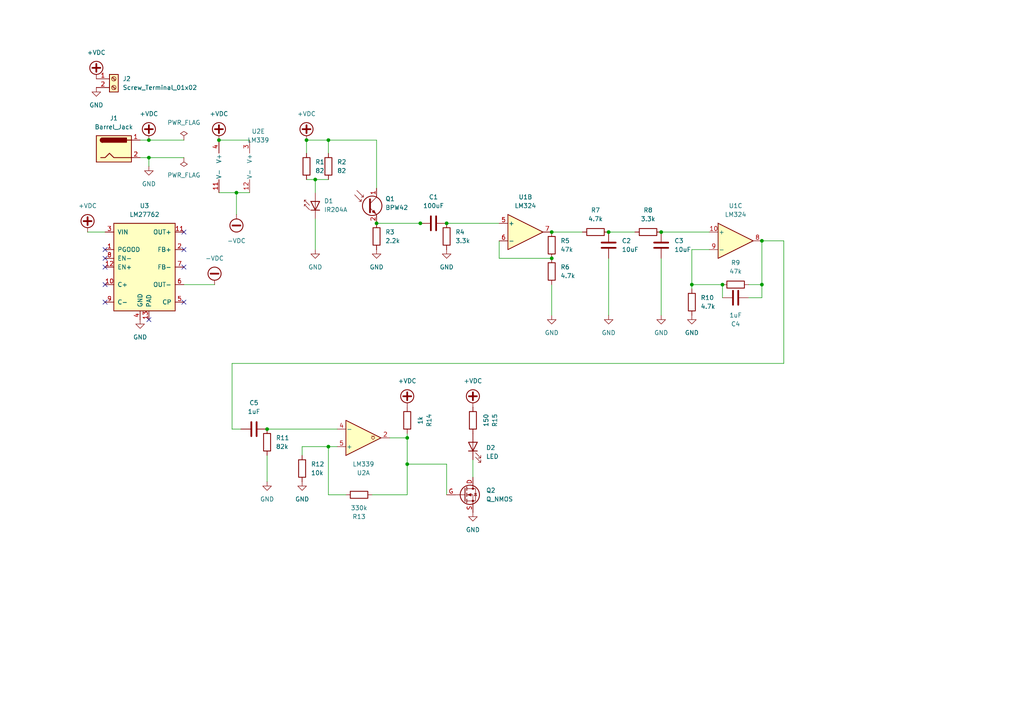
<source format=kicad_sch>
(kicad_sch
	(version 20250114)
	(generator "eeschema")
	(generator_version "9.0")
	(uuid "b30a30f7-f785-406c-8d97-d6daf88b3e2d")
	(paper "A4")
	(lib_symbols
		(symbol "Amplifier_Operational:LM324"
			(pin_names
				(offset 0.127)
			)
			(exclude_from_sim no)
			(in_bom yes)
			(on_board yes)
			(property "Reference" "U"
				(at 0 5.08 0)
				(effects
					(font
						(size 1.27 1.27)
					)
					(justify left)
				)
			)
			(property "Value" "LM324"
				(at 0 -5.08 0)
				(effects
					(font
						(size 1.27 1.27)
					)
					(justify left)
				)
			)
			(property "Footprint" ""
				(at -1.27 2.54 0)
				(effects
					(font
						(size 1.27 1.27)
					)
					(hide yes)
				)
			)
			(property "Datasheet" "http://www.ti.com/lit/ds/symlink/lm2902-n.pdf"
				(at 1.27 5.08 0)
				(effects
					(font
						(size 1.27 1.27)
					)
					(hide yes)
				)
			)
			(property "Description" "Low-Power, Quad-Operational Amplifiers, DIP-14/SOIC-14/SSOP-14"
				(at 0 0 0)
				(effects
					(font
						(size 1.27 1.27)
					)
					(hide yes)
				)
			)
			(property "ki_locked" ""
				(at 0 0 0)
				(effects
					(font
						(size 1.27 1.27)
					)
				)
			)
			(property "ki_keywords" "quad opamp"
				(at 0 0 0)
				(effects
					(font
						(size 1.27 1.27)
					)
					(hide yes)
				)
			)
			(property "ki_fp_filters" "SOIC*3.9x8.7mm*P1.27mm* DIP*W7.62mm* TSSOP*4.4x5mm*P0.65mm* SSOP*5.3x6.2mm*P0.65mm* MSOP*3x3mm*P0.5mm*"
				(at 0 0 0)
				(effects
					(font
						(size 1.27 1.27)
					)
					(hide yes)
				)
			)
			(symbol "LM324_1_1"
				(polyline
					(pts
						(xy -5.08 5.08) (xy 5.08 0) (xy -5.08 -5.08) (xy -5.08 5.08)
					)
					(stroke
						(width 0.254)
						(type default)
					)
					(fill
						(type background)
					)
				)
				(pin input line
					(at -7.62 2.54 0)
					(length 2.54)
					(name "+"
						(effects
							(font
								(size 1.27 1.27)
							)
						)
					)
					(number "3"
						(effects
							(font
								(size 1.27 1.27)
							)
						)
					)
				)
				(pin input line
					(at -7.62 -2.54 0)
					(length 2.54)
					(name "-"
						(effects
							(font
								(size 1.27 1.27)
							)
						)
					)
					(number "2"
						(effects
							(font
								(size 1.27 1.27)
							)
						)
					)
				)
				(pin output line
					(at 7.62 0 180)
					(length 2.54)
					(name "~"
						(effects
							(font
								(size 1.27 1.27)
							)
						)
					)
					(number "1"
						(effects
							(font
								(size 1.27 1.27)
							)
						)
					)
				)
			)
			(symbol "LM324_2_1"
				(polyline
					(pts
						(xy -5.08 5.08) (xy 5.08 0) (xy -5.08 -5.08) (xy -5.08 5.08)
					)
					(stroke
						(width 0.254)
						(type default)
					)
					(fill
						(type background)
					)
				)
				(pin input line
					(at -7.62 2.54 0)
					(length 2.54)
					(name "+"
						(effects
							(font
								(size 1.27 1.27)
							)
						)
					)
					(number "5"
						(effects
							(font
								(size 1.27 1.27)
							)
						)
					)
				)
				(pin input line
					(at -7.62 -2.54 0)
					(length 2.54)
					(name "-"
						(effects
							(font
								(size 1.27 1.27)
							)
						)
					)
					(number "6"
						(effects
							(font
								(size 1.27 1.27)
							)
						)
					)
				)
				(pin output line
					(at 7.62 0 180)
					(length 2.54)
					(name "~"
						(effects
							(font
								(size 1.27 1.27)
							)
						)
					)
					(number "7"
						(effects
							(font
								(size 1.27 1.27)
							)
						)
					)
				)
			)
			(symbol "LM324_3_1"
				(polyline
					(pts
						(xy -5.08 5.08) (xy 5.08 0) (xy -5.08 -5.08) (xy -5.08 5.08)
					)
					(stroke
						(width 0.254)
						(type default)
					)
					(fill
						(type background)
					)
				)
				(pin input line
					(at -7.62 2.54 0)
					(length 2.54)
					(name "+"
						(effects
							(font
								(size 1.27 1.27)
							)
						)
					)
					(number "10"
						(effects
							(font
								(size 1.27 1.27)
							)
						)
					)
				)
				(pin input line
					(at -7.62 -2.54 0)
					(length 2.54)
					(name "-"
						(effects
							(font
								(size 1.27 1.27)
							)
						)
					)
					(number "9"
						(effects
							(font
								(size 1.27 1.27)
							)
						)
					)
				)
				(pin output line
					(at 7.62 0 180)
					(length 2.54)
					(name "~"
						(effects
							(font
								(size 1.27 1.27)
							)
						)
					)
					(number "8"
						(effects
							(font
								(size 1.27 1.27)
							)
						)
					)
				)
			)
			(symbol "LM324_4_1"
				(polyline
					(pts
						(xy -5.08 5.08) (xy 5.08 0) (xy -5.08 -5.08) (xy -5.08 5.08)
					)
					(stroke
						(width 0.254)
						(type default)
					)
					(fill
						(type background)
					)
				)
				(pin input line
					(at -7.62 2.54 0)
					(length 2.54)
					(name "+"
						(effects
							(font
								(size 1.27 1.27)
							)
						)
					)
					(number "12"
						(effects
							(font
								(size 1.27 1.27)
							)
						)
					)
				)
				(pin input line
					(at -7.62 -2.54 0)
					(length 2.54)
					(name "-"
						(effects
							(font
								(size 1.27 1.27)
							)
						)
					)
					(number "13"
						(effects
							(font
								(size 1.27 1.27)
							)
						)
					)
				)
				(pin output line
					(at 7.62 0 180)
					(length 2.54)
					(name "~"
						(effects
							(font
								(size 1.27 1.27)
							)
						)
					)
					(number "14"
						(effects
							(font
								(size 1.27 1.27)
							)
						)
					)
				)
			)
			(symbol "LM324_5_1"
				(pin power_in line
					(at -2.54 7.62 270)
					(length 3.81)
					(name "V+"
						(effects
							(font
								(size 1.27 1.27)
							)
						)
					)
					(number "4"
						(effects
							(font
								(size 1.27 1.27)
							)
						)
					)
				)
				(pin power_in line
					(at -2.54 -7.62 90)
					(length 3.81)
					(name "V-"
						(effects
							(font
								(size 1.27 1.27)
							)
						)
					)
					(number "11"
						(effects
							(font
								(size 1.27 1.27)
							)
						)
					)
				)
			)
			(embedded_fonts no)
		)
		(symbol "Comparator:LM339"
			(pin_names
				(offset 0.127)
			)
			(exclude_from_sim no)
			(in_bom yes)
			(on_board yes)
			(property "Reference" "U"
				(at 0 5.08 0)
				(effects
					(font
						(size 1.27 1.27)
					)
					(justify left)
				)
			)
			(property "Value" "LM339"
				(at 0 -5.08 0)
				(effects
					(font
						(size 1.27 1.27)
					)
					(justify left)
				)
			)
			(property "Footprint" ""
				(at -1.27 2.54 0)
				(effects
					(font
						(size 1.27 1.27)
					)
					(hide yes)
				)
			)
			(property "Datasheet" "https://www.st.com/resource/en/datasheet/lm139.pdf"
				(at 1.27 5.08 0)
				(effects
					(font
						(size 1.27 1.27)
					)
					(hide yes)
				)
			)
			(property "Description" "Quad Differential Comparators, SOIC-14/TSSOP-14"
				(at 0 0 0)
				(effects
					(font
						(size 1.27 1.27)
					)
					(hide yes)
				)
			)
			(property "ki_locked" ""
				(at 0 0 0)
				(effects
					(font
						(size 1.27 1.27)
					)
				)
			)
			(property "ki_keywords" "cmp open collector"
				(at 0 0 0)
				(effects
					(font
						(size 1.27 1.27)
					)
					(hide yes)
				)
			)
			(property "ki_fp_filters" "SOIC*3.9x8.7mm*P1.27mm* TSSOP*4.4x5mm*P0.65mm*"
				(at 0 0 0)
				(effects
					(font
						(size 1.27 1.27)
					)
					(hide yes)
				)
			)
			(symbol "LM339_1_1"
				(polyline
					(pts
						(xy -5.08 5.08) (xy 5.08 0) (xy -5.08 -5.08) (xy -5.08 5.08)
					)
					(stroke
						(width 0.254)
						(type default)
					)
					(fill
						(type background)
					)
				)
				(polyline
					(pts
						(xy 3.302 -0.508) (xy 2.794 -0.508) (xy 3.302 0) (xy 2.794 0.508) (xy 2.286 0) (xy 2.794 -0.508)
						(xy 2.286 -0.508)
					)
					(stroke
						(width 0.127)
						(type default)
					)
					(fill
						(type none)
					)
				)
				(pin input line
					(at -7.62 2.54 0)
					(length 2.54)
					(name "+"
						(effects
							(font
								(size 1.27 1.27)
							)
						)
					)
					(number "5"
						(effects
							(font
								(size 1.27 1.27)
							)
						)
					)
				)
				(pin input line
					(at -7.62 -2.54 0)
					(length 2.54)
					(name "-"
						(effects
							(font
								(size 1.27 1.27)
							)
						)
					)
					(number "4"
						(effects
							(font
								(size 1.27 1.27)
							)
						)
					)
				)
				(pin open_collector line
					(at 7.62 0 180)
					(length 2.54)
					(name "~"
						(effects
							(font
								(size 1.27 1.27)
							)
						)
					)
					(number "2"
						(effects
							(font
								(size 1.27 1.27)
							)
						)
					)
				)
			)
			(symbol "LM339_2_1"
				(polyline
					(pts
						(xy -5.08 5.08) (xy 5.08 0) (xy -5.08 -5.08) (xy -5.08 5.08)
					)
					(stroke
						(width 0.254)
						(type default)
					)
					(fill
						(type background)
					)
				)
				(polyline
					(pts
						(xy 3.302 -0.508) (xy 2.794 -0.508) (xy 3.302 0) (xy 2.794 0.508) (xy 2.286 0) (xy 2.794 -0.508)
						(xy 2.286 -0.508)
					)
					(stroke
						(width 0.127)
						(type default)
					)
					(fill
						(type none)
					)
				)
				(pin input line
					(at -7.62 2.54 0)
					(length 2.54)
					(name "+"
						(effects
							(font
								(size 1.27 1.27)
							)
						)
					)
					(number "7"
						(effects
							(font
								(size 1.27 1.27)
							)
						)
					)
				)
				(pin input line
					(at -7.62 -2.54 0)
					(length 2.54)
					(name "-"
						(effects
							(font
								(size 1.27 1.27)
							)
						)
					)
					(number "6"
						(effects
							(font
								(size 1.27 1.27)
							)
						)
					)
				)
				(pin open_collector line
					(at 7.62 0 180)
					(length 2.54)
					(name "~"
						(effects
							(font
								(size 1.27 1.27)
							)
						)
					)
					(number "1"
						(effects
							(font
								(size 1.27 1.27)
							)
						)
					)
				)
			)
			(symbol "LM339_3_1"
				(polyline
					(pts
						(xy -5.08 5.08) (xy 5.08 0) (xy -5.08 -5.08) (xy -5.08 5.08)
					)
					(stroke
						(width 0.254)
						(type default)
					)
					(fill
						(type background)
					)
				)
				(polyline
					(pts
						(xy 3.302 -0.508) (xy 2.794 -0.508) (xy 3.302 0) (xy 2.794 0.508) (xy 2.286 0) (xy 2.794 -0.508)
						(xy 2.286 -0.508)
					)
					(stroke
						(width 0.127)
						(type default)
					)
					(fill
						(type none)
					)
				)
				(pin input line
					(at -7.62 2.54 0)
					(length 2.54)
					(name "+"
						(effects
							(font
								(size 1.27 1.27)
							)
						)
					)
					(number "11"
						(effects
							(font
								(size 1.27 1.27)
							)
						)
					)
				)
				(pin input line
					(at -7.62 -2.54 0)
					(length 2.54)
					(name "-"
						(effects
							(font
								(size 1.27 1.27)
							)
						)
					)
					(number "10"
						(effects
							(font
								(size 1.27 1.27)
							)
						)
					)
				)
				(pin open_collector line
					(at 7.62 0 180)
					(length 2.54)
					(name "~"
						(effects
							(font
								(size 1.27 1.27)
							)
						)
					)
					(number "13"
						(effects
							(font
								(size 1.27 1.27)
							)
						)
					)
				)
			)
			(symbol "LM339_4_1"
				(polyline
					(pts
						(xy -5.08 5.08) (xy 5.08 0) (xy -5.08 -5.08) (xy -5.08 5.08)
					)
					(stroke
						(width 0.254)
						(type default)
					)
					(fill
						(type background)
					)
				)
				(polyline
					(pts
						(xy 3.302 -0.508) (xy 2.794 -0.508) (xy 3.302 0) (xy 2.794 0.508) (xy 2.286 0) (xy 2.794 -0.508)
						(xy 2.286 -0.508)
					)
					(stroke
						(width 0.127)
						(type default)
					)
					(fill
						(type none)
					)
				)
				(pin input line
					(at -7.62 2.54 0)
					(length 2.54)
					(name "+"
						(effects
							(font
								(size 1.27 1.27)
							)
						)
					)
					(number "9"
						(effects
							(font
								(size 1.27 1.27)
							)
						)
					)
				)
				(pin input line
					(at -7.62 -2.54 0)
					(length 2.54)
					(name "-"
						(effects
							(font
								(size 1.27 1.27)
							)
						)
					)
					(number "8"
						(effects
							(font
								(size 1.27 1.27)
							)
						)
					)
				)
				(pin open_collector line
					(at 7.62 0 180)
					(length 2.54)
					(name "~"
						(effects
							(font
								(size 1.27 1.27)
							)
						)
					)
					(number "14"
						(effects
							(font
								(size 1.27 1.27)
							)
						)
					)
				)
			)
			(symbol "LM339_5_1"
				(pin power_in line
					(at -2.54 7.62 270)
					(length 3.81)
					(name "V+"
						(effects
							(font
								(size 1.27 1.27)
							)
						)
					)
					(number "3"
						(effects
							(font
								(size 1.27 1.27)
							)
						)
					)
				)
				(pin power_in line
					(at -2.54 -7.62 90)
					(length 3.81)
					(name "V-"
						(effects
							(font
								(size 1.27 1.27)
							)
						)
					)
					(number "12"
						(effects
							(font
								(size 1.27 1.27)
							)
						)
					)
				)
			)
			(embedded_fonts no)
		)
		(symbol "Connector:Barrel_Jack"
			(pin_names
				(offset 1.016)
			)
			(exclude_from_sim no)
			(in_bom yes)
			(on_board yes)
			(property "Reference" "J"
				(at 0 5.334 0)
				(effects
					(font
						(size 1.27 1.27)
					)
				)
			)
			(property "Value" "Barrel_Jack"
				(at 0 -5.08 0)
				(effects
					(font
						(size 1.27 1.27)
					)
				)
			)
			(property "Footprint" ""
				(at 1.27 -1.016 0)
				(effects
					(font
						(size 1.27 1.27)
					)
					(hide yes)
				)
			)
			(property "Datasheet" "~"
				(at 1.27 -1.016 0)
				(effects
					(font
						(size 1.27 1.27)
					)
					(hide yes)
				)
			)
			(property "Description" "DC Barrel Jack"
				(at 0 0 0)
				(effects
					(font
						(size 1.27 1.27)
					)
					(hide yes)
				)
			)
			(property "ki_keywords" "DC power barrel jack connector"
				(at 0 0 0)
				(effects
					(font
						(size 1.27 1.27)
					)
					(hide yes)
				)
			)
			(property "ki_fp_filters" "BarrelJack*"
				(at 0 0 0)
				(effects
					(font
						(size 1.27 1.27)
					)
					(hide yes)
				)
			)
			(symbol "Barrel_Jack_0_1"
				(rectangle
					(start -5.08 3.81)
					(end 5.08 -3.81)
					(stroke
						(width 0.254)
						(type default)
					)
					(fill
						(type background)
					)
				)
				(polyline
					(pts
						(xy -3.81 -2.54) (xy -2.54 -2.54) (xy -1.27 -1.27) (xy 0 -2.54) (xy 2.54 -2.54) (xy 5.08 -2.54)
					)
					(stroke
						(width 0.254)
						(type default)
					)
					(fill
						(type none)
					)
				)
				(arc
					(start -3.302 1.905)
					(mid -3.9343 2.54)
					(end -3.302 3.175)
					(stroke
						(width 0.254)
						(type default)
					)
					(fill
						(type none)
					)
				)
				(arc
					(start -3.302 1.905)
					(mid -3.9343 2.54)
					(end -3.302 3.175)
					(stroke
						(width 0.254)
						(type default)
					)
					(fill
						(type outline)
					)
				)
				(rectangle
					(start 3.683 3.175)
					(end -3.302 1.905)
					(stroke
						(width 0.254)
						(type default)
					)
					(fill
						(type outline)
					)
				)
				(polyline
					(pts
						(xy 5.08 2.54) (xy 3.81 2.54)
					)
					(stroke
						(width 0.254)
						(type default)
					)
					(fill
						(type none)
					)
				)
			)
			(symbol "Barrel_Jack_1_1"
				(pin passive line
					(at 7.62 2.54 180)
					(length 2.54)
					(name "~"
						(effects
							(font
								(size 1.27 1.27)
							)
						)
					)
					(number "1"
						(effects
							(font
								(size 1.27 1.27)
							)
						)
					)
				)
				(pin passive line
					(at 7.62 -2.54 180)
					(length 2.54)
					(name "~"
						(effects
							(font
								(size 1.27 1.27)
							)
						)
					)
					(number "2"
						(effects
							(font
								(size 1.27 1.27)
							)
						)
					)
				)
			)
			(embedded_fonts no)
		)
		(symbol "Connector:Screw_Terminal_01x02"
			(pin_names
				(offset 1.016)
				(hide yes)
			)
			(exclude_from_sim no)
			(in_bom yes)
			(on_board yes)
			(property "Reference" "J"
				(at 0 2.54 0)
				(effects
					(font
						(size 1.27 1.27)
					)
				)
			)
			(property "Value" "Screw_Terminal_01x02"
				(at 0 -5.08 0)
				(effects
					(font
						(size 1.27 1.27)
					)
				)
			)
			(property "Footprint" ""
				(at 0 0 0)
				(effects
					(font
						(size 1.27 1.27)
					)
					(hide yes)
				)
			)
			(property "Datasheet" "~"
				(at 0 0 0)
				(effects
					(font
						(size 1.27 1.27)
					)
					(hide yes)
				)
			)
			(property "Description" "Generic screw terminal, single row, 01x02, script generated (kicad-library-utils/schlib/autogen/connector/)"
				(at 0 0 0)
				(effects
					(font
						(size 1.27 1.27)
					)
					(hide yes)
				)
			)
			(property "ki_keywords" "screw terminal"
				(at 0 0 0)
				(effects
					(font
						(size 1.27 1.27)
					)
					(hide yes)
				)
			)
			(property "ki_fp_filters" "TerminalBlock*:*"
				(at 0 0 0)
				(effects
					(font
						(size 1.27 1.27)
					)
					(hide yes)
				)
			)
			(symbol "Screw_Terminal_01x02_1_1"
				(rectangle
					(start -1.27 1.27)
					(end 1.27 -3.81)
					(stroke
						(width 0.254)
						(type default)
					)
					(fill
						(type background)
					)
				)
				(polyline
					(pts
						(xy -0.5334 0.3302) (xy 0.3302 -0.508)
					)
					(stroke
						(width 0.1524)
						(type default)
					)
					(fill
						(type none)
					)
				)
				(polyline
					(pts
						(xy -0.5334 -2.2098) (xy 0.3302 -3.048)
					)
					(stroke
						(width 0.1524)
						(type default)
					)
					(fill
						(type none)
					)
				)
				(polyline
					(pts
						(xy -0.3556 0.508) (xy 0.508 -0.3302)
					)
					(stroke
						(width 0.1524)
						(type default)
					)
					(fill
						(type none)
					)
				)
				(polyline
					(pts
						(xy -0.3556 -2.032) (xy 0.508 -2.8702)
					)
					(stroke
						(width 0.1524)
						(type default)
					)
					(fill
						(type none)
					)
				)
				(circle
					(center 0 0)
					(radius 0.635)
					(stroke
						(width 0.1524)
						(type default)
					)
					(fill
						(type none)
					)
				)
				(circle
					(center 0 -2.54)
					(radius 0.635)
					(stroke
						(width 0.1524)
						(type default)
					)
					(fill
						(type none)
					)
				)
				(pin passive line
					(at -5.08 0 0)
					(length 3.81)
					(name "Pin_1"
						(effects
							(font
								(size 1.27 1.27)
							)
						)
					)
					(number "1"
						(effects
							(font
								(size 1.27 1.27)
							)
						)
					)
				)
				(pin passive line
					(at -5.08 -2.54 0)
					(length 3.81)
					(name "Pin_2"
						(effects
							(font
								(size 1.27 1.27)
							)
						)
					)
					(number "2"
						(effects
							(font
								(size 1.27 1.27)
							)
						)
					)
				)
			)
			(embedded_fonts no)
		)
		(symbol "Device:C"
			(pin_numbers
				(hide yes)
			)
			(pin_names
				(offset 0.254)
			)
			(exclude_from_sim no)
			(in_bom yes)
			(on_board yes)
			(property "Reference" "C"
				(at 0.635 2.54 0)
				(effects
					(font
						(size 1.27 1.27)
					)
					(justify left)
				)
			)
			(property "Value" "C"
				(at 0.635 -2.54 0)
				(effects
					(font
						(size 1.27 1.27)
					)
					(justify left)
				)
			)
			(property "Footprint" ""
				(at 0.9652 -3.81 0)
				(effects
					(font
						(size 1.27 1.27)
					)
					(hide yes)
				)
			)
			(property "Datasheet" "~"
				(at 0 0 0)
				(effects
					(font
						(size 1.27 1.27)
					)
					(hide yes)
				)
			)
			(property "Description" "Unpolarized capacitor"
				(at 0 0 0)
				(effects
					(font
						(size 1.27 1.27)
					)
					(hide yes)
				)
			)
			(property "ki_keywords" "cap capacitor"
				(at 0 0 0)
				(effects
					(font
						(size 1.27 1.27)
					)
					(hide yes)
				)
			)
			(property "ki_fp_filters" "C_*"
				(at 0 0 0)
				(effects
					(font
						(size 1.27 1.27)
					)
					(hide yes)
				)
			)
			(symbol "C_0_1"
				(polyline
					(pts
						(xy -2.032 0.762) (xy 2.032 0.762)
					)
					(stroke
						(width 0.508)
						(type default)
					)
					(fill
						(type none)
					)
				)
				(polyline
					(pts
						(xy -2.032 -0.762) (xy 2.032 -0.762)
					)
					(stroke
						(width 0.508)
						(type default)
					)
					(fill
						(type none)
					)
				)
			)
			(symbol "C_1_1"
				(pin passive line
					(at 0 3.81 270)
					(length 2.794)
					(name "~"
						(effects
							(font
								(size 1.27 1.27)
							)
						)
					)
					(number "1"
						(effects
							(font
								(size 1.27 1.27)
							)
						)
					)
				)
				(pin passive line
					(at 0 -3.81 90)
					(length 2.794)
					(name "~"
						(effects
							(font
								(size 1.27 1.27)
							)
						)
					)
					(number "2"
						(effects
							(font
								(size 1.27 1.27)
							)
						)
					)
				)
			)
			(embedded_fonts no)
		)
		(symbol "Device:LED"
			(pin_numbers
				(hide yes)
			)
			(pin_names
				(offset 1.016)
				(hide yes)
			)
			(exclude_from_sim no)
			(in_bom yes)
			(on_board yes)
			(property "Reference" "D"
				(at 0 2.54 0)
				(effects
					(font
						(size 1.27 1.27)
					)
				)
			)
			(property "Value" "LED"
				(at 0 -2.54 0)
				(effects
					(font
						(size 1.27 1.27)
					)
				)
			)
			(property "Footprint" ""
				(at 0 0 0)
				(effects
					(font
						(size 1.27 1.27)
					)
					(hide yes)
				)
			)
			(property "Datasheet" "~"
				(at 0 0 0)
				(effects
					(font
						(size 1.27 1.27)
					)
					(hide yes)
				)
			)
			(property "Description" "Light emitting diode"
				(at 0 0 0)
				(effects
					(font
						(size 1.27 1.27)
					)
					(hide yes)
				)
			)
			(property "Sim.Pins" "1=K 2=A"
				(at 0 0 0)
				(effects
					(font
						(size 1.27 1.27)
					)
					(hide yes)
				)
			)
			(property "ki_keywords" "LED diode"
				(at 0 0 0)
				(effects
					(font
						(size 1.27 1.27)
					)
					(hide yes)
				)
			)
			(property "ki_fp_filters" "LED* LED_SMD:* LED_THT:*"
				(at 0 0 0)
				(effects
					(font
						(size 1.27 1.27)
					)
					(hide yes)
				)
			)
			(symbol "LED_0_1"
				(polyline
					(pts
						(xy -3.048 -0.762) (xy -4.572 -2.286) (xy -3.81 -2.286) (xy -4.572 -2.286) (xy -4.572 -1.524)
					)
					(stroke
						(width 0)
						(type default)
					)
					(fill
						(type none)
					)
				)
				(polyline
					(pts
						(xy -1.778 -0.762) (xy -3.302 -2.286) (xy -2.54 -2.286) (xy -3.302 -2.286) (xy -3.302 -1.524)
					)
					(stroke
						(width 0)
						(type default)
					)
					(fill
						(type none)
					)
				)
				(polyline
					(pts
						(xy -1.27 0) (xy 1.27 0)
					)
					(stroke
						(width 0)
						(type default)
					)
					(fill
						(type none)
					)
				)
				(polyline
					(pts
						(xy -1.27 -1.27) (xy -1.27 1.27)
					)
					(stroke
						(width 0.254)
						(type default)
					)
					(fill
						(type none)
					)
				)
				(polyline
					(pts
						(xy 1.27 -1.27) (xy 1.27 1.27) (xy -1.27 0) (xy 1.27 -1.27)
					)
					(stroke
						(width 0.254)
						(type default)
					)
					(fill
						(type none)
					)
				)
			)
			(symbol "LED_1_1"
				(pin passive line
					(at -3.81 0 0)
					(length 2.54)
					(name "K"
						(effects
							(font
								(size 1.27 1.27)
							)
						)
					)
					(number "1"
						(effects
							(font
								(size 1.27 1.27)
							)
						)
					)
				)
				(pin passive line
					(at 3.81 0 180)
					(length 2.54)
					(name "A"
						(effects
							(font
								(size 1.27 1.27)
							)
						)
					)
					(number "2"
						(effects
							(font
								(size 1.27 1.27)
							)
						)
					)
				)
			)
			(embedded_fonts no)
		)
		(symbol "Device:Q_NMOS"
			(pin_names
				(offset 0)
				(hide yes)
			)
			(exclude_from_sim no)
			(in_bom yes)
			(on_board yes)
			(property "Reference" "Q"
				(at 5.08 1.27 0)
				(effects
					(font
						(size 1.27 1.27)
					)
					(justify left)
				)
			)
			(property "Value" "Q_NMOS"
				(at 5.08 -1.27 0)
				(effects
					(font
						(size 1.27 1.27)
					)
					(justify left)
				)
			)
			(property "Footprint" ""
				(at 5.08 2.54 0)
				(effects
					(font
						(size 1.27 1.27)
					)
					(hide yes)
				)
			)
			(property "Datasheet" "~"
				(at 0 0 0)
				(effects
					(font
						(size 1.27 1.27)
					)
					(hide yes)
				)
			)
			(property "Description" "N-MOSFET transistor"
				(at 0 0 0)
				(effects
					(font
						(size 1.27 1.27)
					)
					(hide yes)
				)
			)
			(property "ki_keywords" "NMOS N-MOS"
				(at 0 0 0)
				(effects
					(font
						(size 1.27 1.27)
					)
					(hide yes)
				)
			)
			(symbol "Q_NMOS_0_1"
				(polyline
					(pts
						(xy 0.254 1.905) (xy 0.254 -1.905)
					)
					(stroke
						(width 0.254)
						(type default)
					)
					(fill
						(type none)
					)
				)
				(polyline
					(pts
						(xy 0.254 0) (xy -2.54 0)
					)
					(stroke
						(width 0)
						(type default)
					)
					(fill
						(type none)
					)
				)
				(polyline
					(pts
						(xy 0.762 2.286) (xy 0.762 1.27)
					)
					(stroke
						(width 0.254)
						(type default)
					)
					(fill
						(type none)
					)
				)
				(polyline
					(pts
						(xy 0.762 0.508) (xy 0.762 -0.508)
					)
					(stroke
						(width 0.254)
						(type default)
					)
					(fill
						(type none)
					)
				)
				(polyline
					(pts
						(xy 0.762 -1.27) (xy 0.762 -2.286)
					)
					(stroke
						(width 0.254)
						(type default)
					)
					(fill
						(type none)
					)
				)
				(polyline
					(pts
						(xy 0.762 -1.778) (xy 3.302 -1.778) (xy 3.302 1.778) (xy 0.762 1.778)
					)
					(stroke
						(width 0)
						(type default)
					)
					(fill
						(type none)
					)
				)
				(polyline
					(pts
						(xy 1.016 0) (xy 2.032 0.381) (xy 2.032 -0.381) (xy 1.016 0)
					)
					(stroke
						(width 0)
						(type default)
					)
					(fill
						(type outline)
					)
				)
				(circle
					(center 1.651 0)
					(radius 2.794)
					(stroke
						(width 0.254)
						(type default)
					)
					(fill
						(type none)
					)
				)
				(polyline
					(pts
						(xy 2.54 2.54) (xy 2.54 1.778)
					)
					(stroke
						(width 0)
						(type default)
					)
					(fill
						(type none)
					)
				)
				(circle
					(center 2.54 1.778)
					(radius 0.254)
					(stroke
						(width 0)
						(type default)
					)
					(fill
						(type outline)
					)
				)
				(circle
					(center 2.54 -1.778)
					(radius 0.254)
					(stroke
						(width 0)
						(type default)
					)
					(fill
						(type outline)
					)
				)
				(polyline
					(pts
						(xy 2.54 -2.54) (xy 2.54 0) (xy 0.762 0)
					)
					(stroke
						(width 0)
						(type default)
					)
					(fill
						(type none)
					)
				)
				(polyline
					(pts
						(xy 2.921 0.381) (xy 3.683 0.381)
					)
					(stroke
						(width 0)
						(type default)
					)
					(fill
						(type none)
					)
				)
				(polyline
					(pts
						(xy 3.302 0.381) (xy 2.921 -0.254) (xy 3.683 -0.254) (xy 3.302 0.381)
					)
					(stroke
						(width 0)
						(type default)
					)
					(fill
						(type none)
					)
				)
			)
			(symbol "Q_NMOS_1_1"
				(pin input line
					(at -5.08 0 0)
					(length 2.54)
					(name "G"
						(effects
							(font
								(size 1.27 1.27)
							)
						)
					)
					(number "G"
						(effects
							(font
								(size 1.27 1.27)
							)
						)
					)
				)
				(pin passive line
					(at 2.54 5.08 270)
					(length 2.54)
					(name "D"
						(effects
							(font
								(size 1.27 1.27)
							)
						)
					)
					(number "D"
						(effects
							(font
								(size 1.27 1.27)
							)
						)
					)
				)
				(pin passive line
					(at 2.54 -5.08 90)
					(length 2.54)
					(name "S"
						(effects
							(font
								(size 1.27 1.27)
							)
						)
					)
					(number "S"
						(effects
							(font
								(size 1.27 1.27)
							)
						)
					)
				)
			)
			(embedded_fonts no)
		)
		(symbol "Device:R"
			(pin_numbers
				(hide yes)
			)
			(pin_names
				(offset 0)
			)
			(exclude_from_sim no)
			(in_bom yes)
			(on_board yes)
			(property "Reference" "R"
				(at 2.032 0 90)
				(effects
					(font
						(size 1.27 1.27)
					)
				)
			)
			(property "Value" "R"
				(at 0 0 90)
				(effects
					(font
						(size 1.27 1.27)
					)
				)
			)
			(property "Footprint" ""
				(at -1.778 0 90)
				(effects
					(font
						(size 1.27 1.27)
					)
					(hide yes)
				)
			)
			(property "Datasheet" "~"
				(at 0 0 0)
				(effects
					(font
						(size 1.27 1.27)
					)
					(hide yes)
				)
			)
			(property "Description" "Resistor"
				(at 0 0 0)
				(effects
					(font
						(size 1.27 1.27)
					)
					(hide yes)
				)
			)
			(property "ki_keywords" "R res resistor"
				(at 0 0 0)
				(effects
					(font
						(size 1.27 1.27)
					)
					(hide yes)
				)
			)
			(property "ki_fp_filters" "R_*"
				(at 0 0 0)
				(effects
					(font
						(size 1.27 1.27)
					)
					(hide yes)
				)
			)
			(symbol "R_0_1"
				(rectangle
					(start -1.016 -2.54)
					(end 1.016 2.54)
					(stroke
						(width 0.254)
						(type default)
					)
					(fill
						(type none)
					)
				)
			)
			(symbol "R_1_1"
				(pin passive line
					(at 0 3.81 270)
					(length 1.27)
					(name "~"
						(effects
							(font
								(size 1.27 1.27)
							)
						)
					)
					(number "1"
						(effects
							(font
								(size 1.27 1.27)
							)
						)
					)
				)
				(pin passive line
					(at 0 -3.81 90)
					(length 1.27)
					(name "~"
						(effects
							(font
								(size 1.27 1.27)
							)
						)
					)
					(number "2"
						(effects
							(font
								(size 1.27 1.27)
							)
						)
					)
				)
			)
			(embedded_fonts no)
		)
		(symbol "LED:IR204A"
			(pin_numbers
				(hide yes)
			)
			(pin_names
				(offset 1.016)
				(hide yes)
			)
			(exclude_from_sim no)
			(in_bom yes)
			(on_board yes)
			(property "Reference" "D"
				(at 0.508 1.778 0)
				(effects
					(font
						(size 1.27 1.27)
					)
					(justify left)
				)
			)
			(property "Value" "IR204A"
				(at -1.016 -2.794 0)
				(effects
					(font
						(size 1.27 1.27)
					)
				)
			)
			(property "Footprint" "LED_THT:LED_D3.0mm_IRBlack"
				(at 0 4.445 0)
				(effects
					(font
						(size 1.27 1.27)
					)
					(hide yes)
				)
			)
			(property "Datasheet" "http://www.everlight.com/file/ProductFile/IR204-A.pdf"
				(at -1.27 0 0)
				(effects
					(font
						(size 1.27 1.27)
					)
					(hide yes)
				)
			)
			(property "Description" "Infrared LED , 3mm LED package"
				(at 0 0 0)
				(effects
					(font
						(size 1.27 1.27)
					)
					(hide yes)
				)
			)
			(property "ki_keywords" "opto IR LED"
				(at 0 0 0)
				(effects
					(font
						(size 1.27 1.27)
					)
					(hide yes)
				)
			)
			(property "ki_fp_filters" "LED*3.0mm*IRBlack*"
				(at 0 0 0)
				(effects
					(font
						(size 1.27 1.27)
					)
					(hide yes)
				)
			)
			(symbol "IR204A_0_1"
				(polyline
					(pts
						(xy -2.54 1.27) (xy -2.54 -1.27)
					)
					(stroke
						(width 0.254)
						(type default)
					)
					(fill
						(type none)
					)
				)
				(polyline
					(pts
						(xy -2.413 1.651) (xy -0.889 3.175) (xy -0.889 2.667) (xy -0.889 3.175) (xy -1.397 3.175)
					)
					(stroke
						(width 0)
						(type default)
					)
					(fill
						(type none)
					)
				)
				(polyline
					(pts
						(xy -1.143 1.651) (xy 0.381 3.175) (xy 0.381 2.667)
					)
					(stroke
						(width 0)
						(type default)
					)
					(fill
						(type none)
					)
				)
				(polyline
					(pts
						(xy 0 1.27) (xy -2.54 0) (xy 0 -1.27) (xy 0 1.27)
					)
					(stroke
						(width 0.254)
						(type default)
					)
					(fill
						(type none)
					)
				)
				(polyline
					(pts
						(xy 0 0) (xy -2.54 0)
					)
					(stroke
						(width 0)
						(type default)
					)
					(fill
						(type none)
					)
				)
				(polyline
					(pts
						(xy 0.381 3.175) (xy -0.127 3.175)
					)
					(stroke
						(width 0)
						(type default)
					)
					(fill
						(type none)
					)
				)
			)
			(symbol "IR204A_1_1"
				(pin passive line
					(at -5.08 0 0)
					(length 2.54)
					(name "K"
						(effects
							(font
								(size 1.27 1.27)
							)
						)
					)
					(number "1"
						(effects
							(font
								(size 1.27 1.27)
							)
						)
					)
				)
				(pin passive line
					(at 2.54 0 180)
					(length 2.54)
					(name "A"
						(effects
							(font
								(size 1.27 1.27)
							)
						)
					)
					(number "2"
						(effects
							(font
								(size 1.27 1.27)
							)
						)
					)
				)
			)
			(embedded_fonts no)
		)
		(symbol "Regulator_SwitchedCapacitor:LM27762"
			(pin_names
				(offset 1.016)
			)
			(exclude_from_sim no)
			(in_bom yes)
			(on_board yes)
			(property "Reference" "U"
				(at -6.604 8.89 0)
				(effects
					(font
						(size 1.27 1.27)
					)
				)
			)
			(property "Value" "LM27762"
				(at 6.096 8.89 0)
				(effects
					(font
						(size 1.27 1.27)
					)
				)
			)
			(property "Footprint" "Package_SON:WSON-12-1EP_3x2mm_P0.5mm_EP1x2.65_ThermalVias"
				(at 3.81 -19.05 0)
				(effects
					(font
						(size 1.27 1.27)
					)
					(justify left)
					(hide yes)
				)
			)
			(property "Datasheet" "http://www.ti.com/lit/ds/symlink/lm27762.pdf"
				(at 63.5 -10.16 0)
				(effects
					(font
						(size 1.27 1.27)
					)
					(hide yes)
				)
			)
			(property "Description" "Low-noise inverting charge pump with both positive and negative LDO's, with 2.7V-5.5V input to +1.5 to +5V and -1.5 to -5V Output Voltage, WSON-12"
				(at 0 0 0)
				(effects
					(font
						(size 1.27 1.27)
					)
					(hide yes)
				)
			)
			(property "ki_keywords" "Low-noise inverting charge pump with both positive and negative LDO's"
				(at 0 0 0)
				(effects
					(font
						(size 1.27 1.27)
					)
					(hide yes)
				)
			)
			(property "ki_fp_filters" "WSON*1EP?3x2mm*P0.5mm*ThermalVias*"
				(at 0 0 0)
				(effects
					(font
						(size 1.27 1.27)
					)
					(hide yes)
				)
			)
			(symbol "LM27762_0_1"
				(rectangle
					(start -7.62 7.62)
					(end 10.16 -17.78)
					(stroke
						(width 0.254)
						(type default)
					)
					(fill
						(type background)
					)
				)
			)
			(symbol "LM27762_1_1"
				(pin power_in line
					(at -10.16 5.08 0)
					(length 2.54)
					(name "VIN"
						(effects
							(font
								(size 1.27 1.27)
							)
						)
					)
					(number "3"
						(effects
							(font
								(size 1.27 1.27)
							)
						)
					)
				)
				(pin open_collector line
					(at -10.16 0 0)
					(length 2.54)
					(name "PGOOD"
						(effects
							(font
								(size 1.27 1.27)
							)
						)
					)
					(number "1"
						(effects
							(font
								(size 1.27 1.27)
							)
						)
					)
				)
				(pin input line
					(at -10.16 -2.54 0)
					(length 2.54)
					(name "EN-"
						(effects
							(font
								(size 1.27 1.27)
							)
						)
					)
					(number "8"
						(effects
							(font
								(size 1.27 1.27)
							)
						)
					)
				)
				(pin input line
					(at -10.16 -5.08 0)
					(length 2.54)
					(name "EN+"
						(effects
							(font
								(size 1.27 1.27)
							)
						)
					)
					(number "12"
						(effects
							(font
								(size 1.27 1.27)
							)
						)
					)
				)
				(pin passive line
					(at -10.16 -10.16 0)
					(length 2.54)
					(name "C+"
						(effects
							(font
								(size 1.27 1.27)
							)
						)
					)
					(number "10"
						(effects
							(font
								(size 1.27 1.27)
							)
						)
					)
				)
				(pin passive line
					(at -10.16 -15.24 0)
					(length 2.54)
					(name "C-"
						(effects
							(font
								(size 1.27 1.27)
							)
						)
					)
					(number "9"
						(effects
							(font
								(size 1.27 1.27)
							)
						)
					)
				)
				(pin power_in line
					(at 0 -20.32 90)
					(length 2.54)
					(name "GND"
						(effects
							(font
								(size 1.27 1.27)
							)
						)
					)
					(number "4"
						(effects
							(font
								(size 1.27 1.27)
							)
						)
					)
				)
				(pin power_in line
					(at 2.54 -20.32 90)
					(length 2.54)
					(name "PAD"
						(effects
							(font
								(size 1.27 1.27)
							)
						)
					)
					(number "13"
						(effects
							(font
								(size 1.27 1.27)
							)
						)
					)
				)
				(pin power_out line
					(at 12.7 5.08 180)
					(length 2.54)
					(name "OUT+"
						(effects
							(font
								(size 1.27 1.27)
							)
						)
					)
					(number "11"
						(effects
							(font
								(size 1.27 1.27)
							)
						)
					)
				)
				(pin input line
					(at 12.7 0 180)
					(length 2.54)
					(name "FB+"
						(effects
							(font
								(size 1.27 1.27)
							)
						)
					)
					(number "2"
						(effects
							(font
								(size 1.27 1.27)
							)
						)
					)
				)
				(pin input line
					(at 12.7 -5.08 180)
					(length 2.54)
					(name "FB-"
						(effects
							(font
								(size 1.27 1.27)
							)
						)
					)
					(number "7"
						(effects
							(font
								(size 1.27 1.27)
							)
						)
					)
				)
				(pin power_out line
					(at 12.7 -10.16 180)
					(length 2.54)
					(name "OUT-"
						(effects
							(font
								(size 1.27 1.27)
							)
						)
					)
					(number "6"
						(effects
							(font
								(size 1.27 1.27)
							)
						)
					)
				)
				(pin passive line
					(at 12.7 -15.24 180)
					(length 2.54)
					(name "CP"
						(effects
							(font
								(size 1.27 1.27)
							)
						)
					)
					(number "5"
						(effects
							(font
								(size 1.27 1.27)
							)
						)
					)
				)
			)
			(embedded_fonts no)
		)
		(symbol "Sensor_Optical:BPW42"
			(pin_names
				(offset 0)
				(hide yes)
			)
			(exclude_from_sim no)
			(in_bom yes)
			(on_board yes)
			(property "Reference" "Q"
				(at 5.08 1.27 0)
				(effects
					(font
						(size 1.27 1.27)
					)
					(justify left)
				)
			)
			(property "Value" "BPW42"
				(at 5.08 -1.27 0)
				(effects
					(font
						(size 1.27 1.27)
					)
					(justify left)
				)
			)
			(property "Footprint" "LED_THT:LED_D3.0mm_Clear"
				(at 12.192 -3.556 0)
				(effects
					(font
						(size 1.27 1.27)
					)
					(hide yes)
				)
			)
			(property "Datasheet" "http://www.ges.cz/sheets/b/bpw42.pdf"
				(at 0 0 0)
				(effects
					(font
						(size 1.27 1.27)
					)
					(hide yes)
				)
			)
			(property "Description" "NPN phototransistor"
				(at 0 0 0)
				(effects
					(font
						(size 1.27 1.27)
					)
					(hide yes)
				)
			)
			(property "ki_keywords" "NPN phototransistor opto"
				(at 0 0 0)
				(effects
					(font
						(size 1.27 1.27)
					)
					(hide yes)
				)
			)
			(property "ki_fp_filters" "LED*3.0mm*Clear*"
				(at 0 0 0)
				(effects
					(font
						(size 1.27 1.27)
					)
					(hide yes)
				)
			)
			(symbol "BPW42_0_1"
				(polyline
					(pts
						(xy -3.81 3.175) (xy -1.905 1.27) (xy -1.905 1.905)
					)
					(stroke
						(width 0)
						(type default)
					)
					(fill
						(type none)
					)
				)
				(polyline
					(pts
						(xy -3.175 4.445) (xy -1.27 2.54) (xy -1.27 3.175)
					)
					(stroke
						(width 0)
						(type default)
					)
					(fill
						(type none)
					)
				)
				(polyline
					(pts
						(xy -1.905 1.27) (xy -2.54 1.27)
					)
					(stroke
						(width 0)
						(type default)
					)
					(fill
						(type none)
					)
				)
				(polyline
					(pts
						(xy -1.27 2.54) (xy -1.905 2.54)
					)
					(stroke
						(width 0)
						(type default)
					)
					(fill
						(type none)
					)
				)
				(polyline
					(pts
						(xy 0.635 1.905) (xy 0.635 -1.905)
					)
					(stroke
						(width 0.508)
						(type default)
					)
					(fill
						(type none)
					)
				)
				(polyline
					(pts
						(xy 0.635 0.635) (xy 2.54 2.54)
					)
					(stroke
						(width 0)
						(type default)
					)
					(fill
						(type none)
					)
				)
				(polyline
					(pts
						(xy 0.635 -0.635) (xy 2.54 -2.54)
					)
					(stroke
						(width 0)
						(type default)
					)
					(fill
						(type none)
					)
				)
				(circle
					(center 1.27 0)
					(radius 2.8194)
					(stroke
						(width 0.254)
						(type default)
					)
					(fill
						(type none)
					)
				)
				(polyline
					(pts
						(xy 1.27 -1.778) (xy 1.778 -1.27) (xy 2.286 -2.286) (xy 1.27 -1.778)
					)
					(stroke
						(width 0)
						(type default)
					)
					(fill
						(type outline)
					)
				)
			)
			(symbol "BPW42_1_1"
				(pin passive line
					(at 2.54 5.08 270)
					(length 2.54)
					(name "C"
						(effects
							(font
								(size 1.27 1.27)
							)
						)
					)
					(number "1"
						(effects
							(font
								(size 1.27 1.27)
							)
						)
					)
				)
				(pin passive line
					(at 2.54 -5.08 90)
					(length 2.54)
					(name "E"
						(effects
							(font
								(size 1.27 1.27)
							)
						)
					)
					(number "2"
						(effects
							(font
								(size 1.27 1.27)
							)
						)
					)
				)
			)
			(embedded_fonts no)
		)
		(symbol "power:+VDC"
			(power)
			(pin_numbers
				(hide yes)
			)
			(pin_names
				(offset 0)
				(hide yes)
			)
			(exclude_from_sim no)
			(in_bom yes)
			(on_board yes)
			(property "Reference" "#PWR"
				(at 0 -2.54 0)
				(effects
					(font
						(size 1.27 1.27)
					)
					(hide yes)
				)
			)
			(property "Value" "+VDC"
				(at 0 6.35 0)
				(effects
					(font
						(size 1.27 1.27)
					)
				)
			)
			(property "Footprint" ""
				(at 0 0 0)
				(effects
					(font
						(size 1.27 1.27)
					)
					(hide yes)
				)
			)
			(property "Datasheet" ""
				(at 0 0 0)
				(effects
					(font
						(size 1.27 1.27)
					)
					(hide yes)
				)
			)
			(property "Description" "Power symbol creates a global label with name \"+VDC\""
				(at 0 0 0)
				(effects
					(font
						(size 1.27 1.27)
					)
					(hide yes)
				)
			)
			(property "ki_keywords" "global power"
				(at 0 0 0)
				(effects
					(font
						(size 1.27 1.27)
					)
					(hide yes)
				)
			)
			(symbol "+VDC_0_1"
				(polyline
					(pts
						(xy -1.143 3.175) (xy 1.143 3.175)
					)
					(stroke
						(width 0.508)
						(type default)
					)
					(fill
						(type none)
					)
				)
				(circle
					(center 0 3.175)
					(radius 1.905)
					(stroke
						(width 0.254)
						(type default)
					)
					(fill
						(type none)
					)
				)
				(polyline
					(pts
						(xy 0 2.032) (xy 0 4.318)
					)
					(stroke
						(width 0.508)
						(type default)
					)
					(fill
						(type none)
					)
				)
				(polyline
					(pts
						(xy 0 0) (xy 0 1.27)
					)
					(stroke
						(width 0)
						(type default)
					)
					(fill
						(type none)
					)
				)
			)
			(symbol "+VDC_1_1"
				(pin power_in line
					(at 0 0 90)
					(length 0)
					(name "~"
						(effects
							(font
								(size 1.27 1.27)
							)
						)
					)
					(number "1"
						(effects
							(font
								(size 1.27 1.27)
							)
						)
					)
				)
			)
			(embedded_fonts no)
		)
		(symbol "power:-VDC"
			(power)
			(pin_numbers
				(hide yes)
			)
			(pin_names
				(offset 0)
				(hide yes)
			)
			(exclude_from_sim no)
			(in_bom yes)
			(on_board yes)
			(property "Reference" "#PWR"
				(at 0 -2.54 0)
				(effects
					(font
						(size 1.27 1.27)
					)
					(hide yes)
				)
			)
			(property "Value" "-VDC"
				(at 0 6.35 0)
				(effects
					(font
						(size 1.27 1.27)
					)
				)
			)
			(property "Footprint" ""
				(at 0 0 0)
				(effects
					(font
						(size 1.27 1.27)
					)
					(hide yes)
				)
			)
			(property "Datasheet" ""
				(at 0 0 0)
				(effects
					(font
						(size 1.27 1.27)
					)
					(hide yes)
				)
			)
			(property "Description" "Power symbol creates a global label with name \"-VDC\""
				(at 0 0 0)
				(effects
					(font
						(size 1.27 1.27)
					)
					(hide yes)
				)
			)
			(property "ki_keywords" "global power"
				(at 0 0 0)
				(effects
					(font
						(size 1.27 1.27)
					)
					(hide yes)
				)
			)
			(symbol "-VDC_0_1"
				(polyline
					(pts
						(xy -1.143 3.175) (xy 1.143 3.175)
					)
					(stroke
						(width 0.508)
						(type default)
					)
					(fill
						(type none)
					)
				)
				(circle
					(center 0 3.175)
					(radius 1.905)
					(stroke
						(width 0.254)
						(type default)
					)
					(fill
						(type none)
					)
				)
				(polyline
					(pts
						(xy 0 0) (xy 0 1.27)
					)
					(stroke
						(width 0)
						(type default)
					)
					(fill
						(type none)
					)
				)
			)
			(symbol "-VDC_1_1"
				(pin power_in line
					(at 0 0 90)
					(length 0)
					(name "~"
						(effects
							(font
								(size 1.27 1.27)
							)
						)
					)
					(number "1"
						(effects
							(font
								(size 1.27 1.27)
							)
						)
					)
				)
			)
			(embedded_fonts no)
		)
		(symbol "power:GND"
			(power)
			(pin_numbers
				(hide yes)
			)
			(pin_names
				(offset 0)
				(hide yes)
			)
			(exclude_from_sim no)
			(in_bom yes)
			(on_board yes)
			(property "Reference" "#PWR"
				(at 0 -6.35 0)
				(effects
					(font
						(size 1.27 1.27)
					)
					(hide yes)
				)
			)
			(property "Value" "GND"
				(at 0 -3.81 0)
				(effects
					(font
						(size 1.27 1.27)
					)
				)
			)
			(property "Footprint" ""
				(at 0 0 0)
				(effects
					(font
						(size 1.27 1.27)
					)
					(hide yes)
				)
			)
			(property "Datasheet" ""
				(at 0 0 0)
				(effects
					(font
						(size 1.27 1.27)
					)
					(hide yes)
				)
			)
			(property "Description" "Power symbol creates a global label with name \"GND\" , ground"
				(at 0 0 0)
				(effects
					(font
						(size 1.27 1.27)
					)
					(hide yes)
				)
			)
			(property "ki_keywords" "global power"
				(at 0 0 0)
				(effects
					(font
						(size 1.27 1.27)
					)
					(hide yes)
				)
			)
			(symbol "GND_0_1"
				(polyline
					(pts
						(xy 0 0) (xy 0 -1.27) (xy 1.27 -1.27) (xy 0 -2.54) (xy -1.27 -1.27) (xy 0 -1.27)
					)
					(stroke
						(width 0)
						(type default)
					)
					(fill
						(type none)
					)
				)
			)
			(symbol "GND_1_1"
				(pin power_in line
					(at 0 0 270)
					(length 0)
					(name "~"
						(effects
							(font
								(size 1.27 1.27)
							)
						)
					)
					(number "1"
						(effects
							(font
								(size 1.27 1.27)
							)
						)
					)
				)
			)
			(embedded_fonts no)
		)
		(symbol "power:PWR_FLAG"
			(power)
			(pin_numbers
				(hide yes)
			)
			(pin_names
				(offset 0)
				(hide yes)
			)
			(exclude_from_sim no)
			(in_bom yes)
			(on_board yes)
			(property "Reference" "#FLG"
				(at 0 1.905 0)
				(effects
					(font
						(size 1.27 1.27)
					)
					(hide yes)
				)
			)
			(property "Value" "PWR_FLAG"
				(at 0 3.81 0)
				(effects
					(font
						(size 1.27 1.27)
					)
				)
			)
			(property "Footprint" ""
				(at 0 0 0)
				(effects
					(font
						(size 1.27 1.27)
					)
					(hide yes)
				)
			)
			(property "Datasheet" "~"
				(at 0 0 0)
				(effects
					(font
						(size 1.27 1.27)
					)
					(hide yes)
				)
			)
			(property "Description" "Special symbol for telling ERC where power comes from"
				(at 0 0 0)
				(effects
					(font
						(size 1.27 1.27)
					)
					(hide yes)
				)
			)
			(property "ki_keywords" "flag power"
				(at 0 0 0)
				(effects
					(font
						(size 1.27 1.27)
					)
					(hide yes)
				)
			)
			(symbol "PWR_FLAG_0_0"
				(pin power_out line
					(at 0 0 90)
					(length 0)
					(name "~"
						(effects
							(font
								(size 1.27 1.27)
							)
						)
					)
					(number "1"
						(effects
							(font
								(size 1.27 1.27)
							)
						)
					)
				)
			)
			(symbol "PWR_FLAG_0_1"
				(polyline
					(pts
						(xy 0 0) (xy 0 1.27) (xy -1.016 1.905) (xy 0 2.54) (xy 1.016 1.905) (xy 0 1.27)
					)
					(stroke
						(width 0)
						(type default)
					)
					(fill
						(type none)
					)
				)
			)
			(embedded_fonts no)
		)
	)
	(junction
		(at 220.98 69.85)
		(diameter 0)
		(color 0 0 0 0)
		(uuid "0e36d95f-a131-4dbd-b2eb-8eb0c5c2a5cc")
	)
	(junction
		(at 191.77 67.31)
		(diameter 0)
		(color 0 0 0 0)
		(uuid "17f4c9f8-8bfc-4a94-91d3-f58f363eec8a")
	)
	(junction
		(at 63.5 40.64)
		(diameter 0)
		(color 0 0 0 0)
		(uuid "278de9ae-cdef-4c87-868e-70e4ee355a79")
	)
	(junction
		(at 220.98 82.55)
		(diameter 0)
		(color 0 0 0 0)
		(uuid "2d2fc287-b556-4b46-b3ad-4b068230feea")
	)
	(junction
		(at 43.18 40.64)
		(diameter 0)
		(color 0 0 0 0)
		(uuid "397f147d-0bed-4a8d-a2b9-e058055f9db2")
	)
	(junction
		(at 88.9 40.64)
		(diameter 0)
		(color 0 0 0 0)
		(uuid "3a37009c-2f26-49ae-aaf0-3d989290ef78")
	)
	(junction
		(at 109.22 64.77)
		(diameter 0)
		(color 0 0 0 0)
		(uuid "3cb9c26d-1a65-4f61-9b45-0d33eec6353d")
	)
	(junction
		(at 118.11 134.62)
		(diameter 0)
		(color 0 0 0 0)
		(uuid "3d3b90f7-0e90-47ff-aaf4-9e93ed8a0c43")
	)
	(junction
		(at 176.53 67.31)
		(diameter 0)
		(color 0 0 0 0)
		(uuid "467e1a5d-d8a2-4a04-86b4-9c72d4e68113")
	)
	(junction
		(at 209.55 82.55)
		(diameter 0)
		(color 0 0 0 0)
		(uuid "489099aa-0ad0-40b9-9227-2b0a4396b524")
	)
	(junction
		(at 121.92 64.77)
		(diameter 0)
		(color 0 0 0 0)
		(uuid "4aff0971-cd85-4bfd-ac12-1e5583a8b20c")
	)
	(junction
		(at 95.25 40.64)
		(diameter 0)
		(color 0 0 0 0)
		(uuid "5f814298-4c49-4e0c-90e2-a0bbfcb8988f")
	)
	(junction
		(at 95.25 129.54)
		(diameter 0)
		(color 0 0 0 0)
		(uuid "629e4a48-c0a7-4e5c-9272-0d4d04a483d2")
	)
	(junction
		(at 91.44 52.07)
		(diameter 0)
		(color 0 0 0 0)
		(uuid "68bd7b68-71b9-4cc2-9394-47e7529e478d")
	)
	(junction
		(at 129.54 64.77)
		(diameter 0)
		(color 0 0 0 0)
		(uuid "8906cefa-1f55-495c-9ea7-a3bcdd2e3c86")
	)
	(junction
		(at 160.02 74.93)
		(diameter 0)
		(color 0 0 0 0)
		(uuid "9298bf4f-8e5e-4789-b013-7a9b25f6ec1f")
	)
	(junction
		(at 43.18 45.72)
		(diameter 0)
		(color 0 0 0 0)
		(uuid "ab78f853-3dcb-426f-8898-5d436474c795")
	)
	(junction
		(at 118.11 127)
		(diameter 0)
		(color 0 0 0 0)
		(uuid "ba81fc4c-fea0-4868-90c1-3ad98762e04f")
	)
	(junction
		(at 160.02 67.31)
		(diameter 0)
		(color 0 0 0 0)
		(uuid "ccc7ab46-fe4d-4d2e-a0b5-e65a8b7617df")
	)
	(junction
		(at 77.47 124.46)
		(diameter 0)
		(color 0 0 0 0)
		(uuid "d7a67548-646a-475b-8118-d6b7bcca5ed6")
	)
	(junction
		(at 200.66 82.55)
		(diameter 0)
		(color 0 0 0 0)
		(uuid "de9ebe56-ebd7-4c78-97f0-3f2b6dbbe681")
	)
	(junction
		(at 68.58 55.88)
		(diameter 0)
		(color 0 0 0 0)
		(uuid "fd07481b-6239-4ec5-bd4b-7ab1227b3a91")
	)
	(no_connect
		(at 53.34 77.47)
		(uuid "1c2cd770-1160-4b7d-9714-4711ad1335e9")
	)
	(no_connect
		(at 53.34 67.31)
		(uuid "50f12716-7104-4ad5-b41b-3c6a7f178ade")
	)
	(no_connect
		(at 30.48 87.63)
		(uuid "52b5f3ab-95a9-452b-a85a-924a6ac67878")
	)
	(no_connect
		(at 53.34 87.63)
		(uuid "5d1404c9-d23c-4098-8f3f-e28f3bc14a0b")
	)
	(no_connect
		(at 53.34 72.39)
		(uuid "62969df5-51b6-4072-b5a6-7406b321038c")
	)
	(no_connect
		(at 30.48 77.47)
		(uuid "8d6c8395-446b-4920-bf9e-180e06b005a7")
	)
	(no_connect
		(at 43.18 92.71)
		(uuid "983fc885-1187-4b0b-bf49-11de7b191f85")
	)
	(no_connect
		(at 30.48 82.55)
		(uuid "a07e65a9-eb2b-4c4a-ae4c-58dd8df9d172")
	)
	(no_connect
		(at 30.48 72.39)
		(uuid "b9176ee4-d434-4243-9c5b-45ed02ef0e78")
	)
	(no_connect
		(at 30.48 74.93)
		(uuid "c2a8afec-b81d-47a4-accb-48cd4a9a321a")
	)
	(wire
		(pts
			(xy 109.22 64.77) (xy 121.92 64.77)
		)
		(stroke
			(width 0)
			(type default)
		)
		(uuid "027999c7-439b-47dd-895e-def79010a1b4")
	)
	(wire
		(pts
			(xy 63.5 40.64) (xy 72.39 40.64)
		)
		(stroke
			(width 0)
			(type default)
		)
		(uuid "08e99565-8d6c-4261-adff-4b5d67ab712e")
	)
	(wire
		(pts
			(xy 87.63 129.54) (xy 87.63 132.08)
		)
		(stroke
			(width 0)
			(type default)
		)
		(uuid "0b81c696-89ae-4ae7-a3a5-e0d125683663")
	)
	(wire
		(pts
			(xy 109.22 54.61) (xy 109.22 40.64)
		)
		(stroke
			(width 0)
			(type default)
		)
		(uuid "0c8d173e-da7d-400a-bfd0-d91945c8bfe9")
	)
	(wire
		(pts
			(xy 87.63 129.54) (xy 95.25 129.54)
		)
		(stroke
			(width 0)
			(type default)
		)
		(uuid "1284116d-a9ba-4b85-ad27-0d6431cf5867")
	)
	(wire
		(pts
			(xy 220.98 69.85) (xy 227.33 69.85)
		)
		(stroke
			(width 0)
			(type default)
		)
		(uuid "195fde62-ac09-44c6-8e9b-3fbc6e62898a")
	)
	(wire
		(pts
			(xy 118.11 127) (xy 113.03 127)
		)
		(stroke
			(width 0)
			(type default)
		)
		(uuid "2174cac6-8f72-47dc-a952-5da8ec86c03a")
	)
	(wire
		(pts
			(xy 53.34 82.55) (xy 62.23 82.55)
		)
		(stroke
			(width 0)
			(type default)
		)
		(uuid "246fcb85-496c-4828-849c-0e4d21351794")
	)
	(wire
		(pts
			(xy 227.33 105.41) (xy 67.31 105.41)
		)
		(stroke
			(width 0)
			(type default)
		)
		(uuid "28530dd7-55d2-4b92-a6b9-40d15298d53f")
	)
	(wire
		(pts
			(xy 160.02 74.93) (xy 144.78 74.93)
		)
		(stroke
			(width 0)
			(type default)
		)
		(uuid "2b4ba6fc-57af-4dec-a0bd-8d79c0d3de04")
	)
	(wire
		(pts
			(xy 68.58 55.88) (xy 68.58 62.23)
		)
		(stroke
			(width 0)
			(type default)
		)
		(uuid "2c232fbc-9b38-4ce0-8667-706ce305c17f")
	)
	(wire
		(pts
			(xy 118.11 143.51) (xy 118.11 134.62)
		)
		(stroke
			(width 0)
			(type default)
		)
		(uuid "2d033a6b-8068-41cd-9aca-a149476ac93c")
	)
	(wire
		(pts
			(xy 100.33 143.51) (xy 95.25 143.51)
		)
		(stroke
			(width 0)
			(type default)
		)
		(uuid "327ac237-70cc-46cd-ba96-35810e8fb858")
	)
	(wire
		(pts
			(xy 40.64 40.64) (xy 43.18 40.64)
		)
		(stroke
			(width 0)
			(type default)
		)
		(uuid "32cd4a5b-93ab-42bf-ad8f-1f3dfb1ae920")
	)
	(wire
		(pts
			(xy 200.66 82.55) (xy 209.55 82.55)
		)
		(stroke
			(width 0)
			(type default)
		)
		(uuid "375575a3-9825-491a-99a4-2b6fff31cd7f")
	)
	(wire
		(pts
			(xy 67.31 124.46) (xy 69.85 124.46)
		)
		(stroke
			(width 0)
			(type default)
		)
		(uuid "38bba72d-092a-4a70-8718-378007ccfa3e")
	)
	(wire
		(pts
			(xy 160.02 67.31) (xy 168.91 67.31)
		)
		(stroke
			(width 0)
			(type default)
		)
		(uuid "3966dbcb-376a-4f5a-802f-8e82d384e198")
	)
	(wire
		(pts
			(xy 95.25 40.64) (xy 109.22 40.64)
		)
		(stroke
			(width 0)
			(type default)
		)
		(uuid "3c573343-a4be-49b4-810c-eba68d334d2d")
	)
	(wire
		(pts
			(xy 220.98 82.55) (xy 220.98 86.36)
		)
		(stroke
			(width 0)
			(type default)
		)
		(uuid "3dd5761c-68f6-4358-9e19-0e985fb22640")
	)
	(wire
		(pts
			(xy 217.17 82.55) (xy 220.98 82.55)
		)
		(stroke
			(width 0)
			(type default)
		)
		(uuid "4a45f223-bf7c-42c1-b41f-035da994c9a7")
	)
	(wire
		(pts
			(xy 95.25 129.54) (xy 95.25 143.51)
		)
		(stroke
			(width 0)
			(type default)
		)
		(uuid "4a6a37c0-e02c-4e68-9ccb-14b0d4fd55ae")
	)
	(wire
		(pts
			(xy 144.78 69.85) (xy 144.78 74.93)
		)
		(stroke
			(width 0)
			(type default)
		)
		(uuid "4c3ce47b-2f94-434f-a07e-ea0d584bc6f2")
	)
	(wire
		(pts
			(xy 95.25 129.54) (xy 97.79 129.54)
		)
		(stroke
			(width 0)
			(type default)
		)
		(uuid "4d0b5575-ec2f-4e2f-b8f1-db2473a38b6e")
	)
	(wire
		(pts
			(xy 191.77 67.31) (xy 205.74 67.31)
		)
		(stroke
			(width 0)
			(type default)
		)
		(uuid "4f9afd6e-e93c-47fa-b6c1-52ac8274af5a")
	)
	(wire
		(pts
			(xy 67.31 105.41) (xy 67.31 124.46)
		)
		(stroke
			(width 0)
			(type default)
		)
		(uuid "4fc04284-34b0-4e97-88c6-59378d6e0dc2")
	)
	(wire
		(pts
			(xy 53.34 40.64) (xy 43.18 40.64)
		)
		(stroke
			(width 0)
			(type default)
		)
		(uuid "588a1aa9-cf99-4d18-aa04-a8a1be6c2706")
	)
	(wire
		(pts
			(xy 205.74 72.39) (xy 200.66 72.39)
		)
		(stroke
			(width 0)
			(type default)
		)
		(uuid "5c393349-6edc-4400-8ba1-06cb411a3dcd")
	)
	(wire
		(pts
			(xy 91.44 72.39) (xy 91.44 63.5)
		)
		(stroke
			(width 0)
			(type default)
		)
		(uuid "618ead3a-3eb1-449b-a6d1-8d4a1701467e")
	)
	(wire
		(pts
			(xy 118.11 134.62) (xy 118.11 127)
		)
		(stroke
			(width 0)
			(type default)
		)
		(uuid "64b4d791-8fae-446a-a961-730341df4e16")
	)
	(wire
		(pts
			(xy 200.66 83.82) (xy 200.66 82.55)
		)
		(stroke
			(width 0)
			(type default)
		)
		(uuid "6931b451-d12a-496e-9a55-24cbe67552f2")
	)
	(wire
		(pts
			(xy 91.44 52.07) (xy 95.25 52.07)
		)
		(stroke
			(width 0)
			(type default)
		)
		(uuid "6a1b0f86-4156-460e-9a66-32f212084104")
	)
	(wire
		(pts
			(xy 160.02 91.44) (xy 160.02 82.55)
		)
		(stroke
			(width 0)
			(type default)
		)
		(uuid "6d390845-4eb4-4966-96ba-dc88000f3785")
	)
	(wire
		(pts
			(xy 43.18 45.72) (xy 53.34 45.72)
		)
		(stroke
			(width 0)
			(type default)
		)
		(uuid "79c3604a-f80c-44c4-9fe8-9fe8cf04c597")
	)
	(wire
		(pts
			(xy 176.53 67.31) (xy 184.15 67.31)
		)
		(stroke
			(width 0)
			(type default)
		)
		(uuid "79d8e095-f22c-4773-9a11-418df346a23c")
	)
	(wire
		(pts
			(xy 129.54 64.77) (xy 144.78 64.77)
		)
		(stroke
			(width 0)
			(type default)
		)
		(uuid "81a47cf5-4d84-45c4-b1bc-572e4e1f41b8")
	)
	(wire
		(pts
			(xy 191.77 91.44) (xy 191.77 74.93)
		)
		(stroke
			(width 0)
			(type default)
		)
		(uuid "81b292f0-4d1b-4535-8f23-7dd3e08f6bda")
	)
	(wire
		(pts
			(xy 227.33 69.85) (xy 227.33 105.41)
		)
		(stroke
			(width 0)
			(type default)
		)
		(uuid "86152682-6e36-46a0-b8d4-6bb499092a7d")
	)
	(wire
		(pts
			(xy 118.11 125.73) (xy 118.11 127)
		)
		(stroke
			(width 0)
			(type default)
		)
		(uuid "869608e7-b50e-44d9-b0fb-8fd57421a69b")
	)
	(wire
		(pts
			(xy 43.18 45.72) (xy 43.18 48.26)
		)
		(stroke
			(width 0)
			(type default)
		)
		(uuid "87b05002-6f9d-4e4e-880a-5b5036a9b03b")
	)
	(wire
		(pts
			(xy 200.66 72.39) (xy 200.66 82.55)
		)
		(stroke
			(width 0)
			(type default)
		)
		(uuid "92783e55-3d2d-479d-a83f-8da8f2a76f1e")
	)
	(wire
		(pts
			(xy 118.11 134.62) (xy 129.54 134.62)
		)
		(stroke
			(width 0)
			(type default)
		)
		(uuid "95072121-6350-422d-8079-b806b1ff5d7d")
	)
	(wire
		(pts
			(xy 77.47 124.46) (xy 97.79 124.46)
		)
		(stroke
			(width 0)
			(type default)
		)
		(uuid "a3d5c7b0-8124-4d24-90ae-a1e331fa2f9a")
	)
	(wire
		(pts
			(xy 209.55 82.55) (xy 209.55 86.36)
		)
		(stroke
			(width 0)
			(type default)
		)
		(uuid "a58d76c6-629d-4241-8561-4f365443756d")
	)
	(wire
		(pts
			(xy 95.25 44.45) (xy 95.25 40.64)
		)
		(stroke
			(width 0)
			(type default)
		)
		(uuid "a7e63212-7a94-4e0a-bc16-0719370df080")
	)
	(wire
		(pts
			(xy 137.16 133.35) (xy 137.16 138.43)
		)
		(stroke
			(width 0)
			(type default)
		)
		(uuid "a95ce8f0-5078-4d7f-89e3-fea90c6ca63e")
	)
	(wire
		(pts
			(xy 217.17 86.36) (xy 220.98 86.36)
		)
		(stroke
			(width 0)
			(type default)
		)
		(uuid "ad8ba1e1-5e6a-457b-959c-87dd316e652f")
	)
	(wire
		(pts
			(xy 25.4 67.31) (xy 30.48 67.31)
		)
		(stroke
			(width 0)
			(type default)
		)
		(uuid "b040d18c-d38d-4004-abd4-67e9e658a16f")
	)
	(wire
		(pts
			(xy 176.53 91.44) (xy 176.53 74.93)
		)
		(stroke
			(width 0)
			(type default)
		)
		(uuid "b6bffd80-a6e2-46c2-8e4b-6716bde0df93")
	)
	(wire
		(pts
			(xy 68.58 55.88) (xy 72.39 55.88)
		)
		(stroke
			(width 0)
			(type default)
		)
		(uuid "bfbc51da-1b7e-44d6-b2e9-0fc6ae1ff045")
	)
	(wire
		(pts
			(xy 68.58 55.88) (xy 63.5 55.88)
		)
		(stroke
			(width 0)
			(type default)
		)
		(uuid "c6d7c949-d643-4cb6-b752-3e633b2bd081")
	)
	(wire
		(pts
			(xy 77.47 139.7) (xy 77.47 132.08)
		)
		(stroke
			(width 0)
			(type default)
		)
		(uuid "ccda3551-3747-466c-aca1-51885a6f2fa1")
	)
	(wire
		(pts
			(xy 91.44 52.07) (xy 91.44 55.88)
		)
		(stroke
			(width 0)
			(type default)
		)
		(uuid "cf57a9df-5b41-4ba9-84fe-8664b04de40f")
	)
	(wire
		(pts
			(xy 107.95 143.51) (xy 118.11 143.51)
		)
		(stroke
			(width 0)
			(type default)
		)
		(uuid "da4c4d6c-bff7-4c3a-b789-f32db7d61f92")
	)
	(wire
		(pts
			(xy 121.92 64.77) (xy 123.19 64.77)
		)
		(stroke
			(width 0)
			(type default)
		)
		(uuid "da5aff89-98dc-471e-9640-64abae12a30b")
	)
	(wire
		(pts
			(xy 129.54 143.51) (xy 129.54 134.62)
		)
		(stroke
			(width 0)
			(type default)
		)
		(uuid "e406faf7-79fa-4db1-9af0-06e47678065f")
	)
	(wire
		(pts
			(xy 40.64 45.72) (xy 43.18 45.72)
		)
		(stroke
			(width 0)
			(type default)
		)
		(uuid "e95f1d8a-f9d7-4c01-92c6-f92a1b8aa124")
	)
	(wire
		(pts
			(xy 220.98 69.85) (xy 220.98 82.55)
		)
		(stroke
			(width 0)
			(type default)
		)
		(uuid "ec0c4a91-0e09-4679-a14d-609d785a3ea1")
	)
	(wire
		(pts
			(xy 88.9 40.64) (xy 88.9 44.45)
		)
		(stroke
			(width 0)
			(type default)
		)
		(uuid "edbcba78-202c-41ab-b245-8c27a4af1540")
	)
	(wire
		(pts
			(xy 88.9 52.07) (xy 91.44 52.07)
		)
		(stroke
			(width 0)
			(type default)
		)
		(uuid "f4d6126d-8a6a-441a-a62b-2abd473c9bfd")
	)
	(wire
		(pts
			(xy 95.25 40.64) (xy 88.9 40.64)
		)
		(stroke
			(width 0)
			(type default)
		)
		(uuid "f6a5cc92-3c3c-4d4d-808e-7cb7e2e412c4")
	)
	(symbol
		(lib_id "power:+VDC")
		(at 88.9 40.64 0)
		(unit 1)
		(exclude_from_sim no)
		(in_bom yes)
		(on_board yes)
		(dnp no)
		(fields_autoplaced yes)
		(uuid "05123b81-5d3f-405f-9770-284dc84b109d")
		(property "Reference" "#PWR020"
			(at 88.9 43.18 0)
			(effects
				(font
					(size 1.27 1.27)
				)
				(hide yes)
			)
		)
		(property "Value" "+VDC"
			(at 88.9 33.02 0)
			(effects
				(font
					(size 1.27 1.27)
				)
			)
		)
		(property "Footprint" ""
			(at 88.9 40.64 0)
			(effects
				(font
					(size 1.27 1.27)
				)
				(hide yes)
			)
		)
		(property "Datasheet" ""
			(at 88.9 40.64 0)
			(effects
				(font
					(size 1.27 1.27)
				)
				(hide yes)
			)
		)
		(property "Description" "Power symbol creates a global label with name \"+VDC\""
			(at 88.9 40.64 0)
			(effects
				(font
					(size 1.27 1.27)
				)
				(hide yes)
			)
		)
		(pin "1"
			(uuid "7493becc-c158-4854-bf56-cabd718841bc")
		)
		(instances
			(project "Heartbeat"
				(path "/b30a30f7-f785-406c-8d97-d6daf88b3e2d"
					(reference "#PWR020")
					(unit 1)
				)
			)
		)
	)
	(symbol
		(lib_id "Device:R")
		(at 95.25 48.26 0)
		(unit 1)
		(exclude_from_sim no)
		(in_bom yes)
		(on_board yes)
		(dnp no)
		(fields_autoplaced yes)
		(uuid "06b4474a-e68c-497c-a650-c444c890f217")
		(property "Reference" "R2"
			(at 97.79 46.9899 0)
			(effects
				(font
					(size 1.27 1.27)
				)
				(justify left)
			)
		)
		(property "Value" "82"
			(at 97.79 49.5299 0)
			(effects
				(font
					(size 1.27 1.27)
				)
				(justify left)
			)
		)
		(property "Footprint" "Resistor_THT:R_Axial_DIN0204_L3.6mm_D1.6mm_P5.08mm_Horizontal"
			(at 93.472 48.26 90)
			(effects
				(font
					(size 1.27 1.27)
				)
				(hide yes)
			)
		)
		(property "Datasheet" "~"
			(at 95.25 48.26 0)
			(effects
				(font
					(size 1.27 1.27)
				)
				(hide yes)
			)
		)
		(property "Description" "Resistor"
			(at 95.25 48.26 0)
			(effects
				(font
					(size 1.27 1.27)
				)
				(hide yes)
			)
		)
		(pin "1"
			(uuid "71a9b305-616b-4a89-b6ad-389878c70a93")
		)
		(pin "2"
			(uuid "1d39bf6e-f38e-44e8-9f66-562013e9e4bf")
		)
		(instances
			(project "Heartbeat"
				(path "/b30a30f7-f785-406c-8d97-d6daf88b3e2d"
					(reference "R2")
					(unit 1)
				)
			)
		)
	)
	(symbol
		(lib_id "Device:R")
		(at 129.54 68.58 0)
		(unit 1)
		(exclude_from_sim no)
		(in_bom yes)
		(on_board yes)
		(dnp no)
		(fields_autoplaced yes)
		(uuid "0a0f41ef-1b8b-439e-ab14-df8caca164b1")
		(property "Reference" "R4"
			(at 132.08 67.3099 0)
			(effects
				(font
					(size 1.27 1.27)
				)
				(justify left)
			)
		)
		(property "Value" "3.3k"
			(at 132.08 69.8499 0)
			(effects
				(font
					(size 1.27 1.27)
				)
				(justify left)
			)
		)
		(property "Footprint" "Resistor_THT:R_Axial_DIN0204_L3.6mm_D1.6mm_P5.08mm_Horizontal"
			(at 127.762 68.58 90)
			(effects
				(font
					(size 1.27 1.27)
				)
				(hide yes)
			)
		)
		(property "Datasheet" "~"
			(at 129.54 68.58 0)
			(effects
				(font
					(size 1.27 1.27)
				)
				(hide yes)
			)
		)
		(property "Description" "Resistor"
			(at 129.54 68.58 0)
			(effects
				(font
					(size 1.27 1.27)
				)
				(hide yes)
			)
		)
		(pin "2"
			(uuid "518a59d3-97d2-4f19-96d9-b40a45c32d71")
		)
		(pin "1"
			(uuid "4afe14ae-1cf1-45c2-98c0-9429de19f563")
		)
		(instances
			(project "Heartbeat"
				(path "/b30a30f7-f785-406c-8d97-d6daf88b3e2d"
					(reference "R4")
					(unit 1)
				)
			)
		)
	)
	(symbol
		(lib_id "power:GND")
		(at 87.63 139.7 0)
		(unit 1)
		(exclude_from_sim no)
		(in_bom yes)
		(on_board yes)
		(dnp no)
		(fields_autoplaced yes)
		(uuid "0ee254dc-b850-445d-b3d7-69fca6adb242")
		(property "Reference" "#PWR011"
			(at 87.63 146.05 0)
			(effects
				(font
					(size 1.27 1.27)
				)
				(hide yes)
			)
		)
		(property "Value" "GND"
			(at 87.63 144.78 0)
			(effects
				(font
					(size 1.27 1.27)
				)
			)
		)
		(property "Footprint" ""
			(at 87.63 139.7 0)
			(effects
				(font
					(size 1.27 1.27)
				)
				(hide yes)
			)
		)
		(property "Datasheet" ""
			(at 87.63 139.7 0)
			(effects
				(font
					(size 1.27 1.27)
				)
				(hide yes)
			)
		)
		(property "Description" "Power symbol creates a global label with name \"GND\" , ground"
			(at 87.63 139.7 0)
			(effects
				(font
					(size 1.27 1.27)
				)
				(hide yes)
			)
		)
		(pin "1"
			(uuid "857a1a4c-81fc-47f3-9bc9-8e8d40fb9924")
		)
		(instances
			(project "Heartbeat"
				(path "/b30a30f7-f785-406c-8d97-d6daf88b3e2d"
					(reference "#PWR011")
					(unit 1)
				)
			)
		)
	)
	(symbol
		(lib_id "Device:R")
		(at 160.02 71.12 0)
		(unit 1)
		(exclude_from_sim no)
		(in_bom yes)
		(on_board yes)
		(dnp no)
		(fields_autoplaced yes)
		(uuid "111c45eb-775f-4f91-8ba3-a754681f2238")
		(property "Reference" "R5"
			(at 162.56 69.8499 0)
			(effects
				(font
					(size 1.27 1.27)
				)
				(justify left)
			)
		)
		(property "Value" "47k"
			(at 162.56 72.3899 0)
			(effects
				(font
					(size 1.27 1.27)
				)
				(justify left)
			)
		)
		(property "Footprint" "Resistor_THT:R_Axial_DIN0204_L3.6mm_D1.6mm_P5.08mm_Horizontal"
			(at 158.242 71.12 90)
			(effects
				(font
					(size 1.27 1.27)
				)
				(hide yes)
			)
		)
		(property "Datasheet" "~"
			(at 160.02 71.12 0)
			(effects
				(font
					(size 1.27 1.27)
				)
				(hide yes)
			)
		)
		(property "Description" "Resistor"
			(at 160.02 71.12 0)
			(effects
				(font
					(size 1.27 1.27)
				)
				(hide yes)
			)
		)
		(pin "1"
			(uuid "cf6e6fbf-1ffe-406c-8a5c-3623f7c319dd")
		)
		(pin "2"
			(uuid "189828ac-74c3-41a6-bde6-e3c8e6c9f624")
		)
		(instances
			(project ""
				(path "/b30a30f7-f785-406c-8d97-d6daf88b3e2d"
					(reference "R5")
					(unit 1)
				)
			)
		)
	)
	(symbol
		(lib_id "Device:C")
		(at 176.53 71.12 180)
		(unit 1)
		(exclude_from_sim no)
		(in_bom yes)
		(on_board yes)
		(dnp no)
		(fields_autoplaced yes)
		(uuid "18f81f4c-65f4-4476-a2d3-300d1ccc47e0")
		(property "Reference" "C2"
			(at 180.34 69.8499 0)
			(effects
				(font
					(size 1.27 1.27)
				)
				(justify right)
			)
		)
		(property "Value" "10uF"
			(at 180.34 72.3899 0)
			(effects
				(font
					(size 1.27 1.27)
				)
				(justify right)
			)
		)
		(property "Footprint" "Capacitor_THT:CP_Axial_L11.0mm_D5.0mm_P18.00mm_Horizontal"
			(at 175.5648 67.31 0)
			(effects
				(font
					(size 1.27 1.27)
				)
				(hide yes)
			)
		)
		(property "Datasheet" "~"
			(at 176.53 71.12 0)
			(effects
				(font
					(size 1.27 1.27)
				)
				(hide yes)
			)
		)
		(property "Description" "Unpolarized capacitor"
			(at 176.53 71.12 0)
			(effects
				(font
					(size 1.27 1.27)
				)
				(hide yes)
			)
		)
		(pin "1"
			(uuid "8a6b38f4-d135-461b-8605-06bc900ed57f")
		)
		(pin "2"
			(uuid "004bd20c-c595-479f-9976-ded18a705723")
		)
		(instances
			(project "Heartbeat"
				(path "/b30a30f7-f785-406c-8d97-d6daf88b3e2d"
					(reference "C2")
					(unit 1)
				)
			)
		)
	)
	(symbol
		(lib_id "power:+VDC")
		(at 137.16 118.11 0)
		(unit 1)
		(exclude_from_sim no)
		(in_bom yes)
		(on_board yes)
		(dnp no)
		(fields_autoplaced yes)
		(uuid "196568e8-f814-4207-9f27-c39d3ed84286")
		(property "Reference" "#PWR018"
			(at 137.16 120.65 0)
			(effects
				(font
					(size 1.27 1.27)
				)
				(hide yes)
			)
		)
		(property "Value" "+VDC"
			(at 137.16 110.49 0)
			(effects
				(font
					(size 1.27 1.27)
				)
			)
		)
		(property "Footprint" ""
			(at 137.16 118.11 0)
			(effects
				(font
					(size 1.27 1.27)
				)
				(hide yes)
			)
		)
		(property "Datasheet" ""
			(at 137.16 118.11 0)
			(effects
				(font
					(size 1.27 1.27)
				)
				(hide yes)
			)
		)
		(property "Description" "Power symbol creates a global label with name \"+VDC\""
			(at 137.16 118.11 0)
			(effects
				(font
					(size 1.27 1.27)
				)
				(hide yes)
			)
		)
		(pin "1"
			(uuid "12509874-8241-4bf1-8270-ce987c682a31")
		)
		(instances
			(project "Heartbeat"
				(path "/b30a30f7-f785-406c-8d97-d6daf88b3e2d"
					(reference "#PWR018")
					(unit 1)
				)
			)
		)
	)
	(symbol
		(lib_id "power:-VDC")
		(at 68.58 62.23 180)
		(unit 1)
		(exclude_from_sim no)
		(in_bom yes)
		(on_board yes)
		(dnp no)
		(fields_autoplaced yes)
		(uuid "1f0aef2c-c4d4-4296-b397-e36b98601bdf")
		(property "Reference" "#PWR013"
			(at 68.58 59.69 0)
			(effects
				(font
					(size 1.27 1.27)
				)
				(hide yes)
			)
		)
		(property "Value" "-VDC"
			(at 68.58 69.85 0)
			(effects
				(font
					(size 1.27 1.27)
				)
			)
		)
		(property "Footprint" ""
			(at 68.58 62.23 0)
			(effects
				(font
					(size 1.27 1.27)
				)
				(hide yes)
			)
		)
		(property "Datasheet" ""
			(at 68.58 62.23 0)
			(effects
				(font
					(size 1.27 1.27)
				)
				(hide yes)
			)
		)
		(property "Description" "Power symbol creates a global label with name \"-VDC\""
			(at 68.58 62.23 0)
			(effects
				(font
					(size 1.27 1.27)
				)
				(hide yes)
			)
		)
		(pin "1"
			(uuid "a961ea7b-05ac-4406-95db-6c0e87ab9e8c")
		)
		(instances
			(project "Heartbeat"
				(path "/b30a30f7-f785-406c-8d97-d6daf88b3e2d"
					(reference "#PWR013")
					(unit 1)
				)
			)
		)
	)
	(symbol
		(lib_id "Device:C")
		(at 73.66 124.46 90)
		(unit 1)
		(exclude_from_sim no)
		(in_bom yes)
		(on_board yes)
		(dnp no)
		(fields_autoplaced yes)
		(uuid "2108d871-5817-4cbe-8eea-ff3ee2200713")
		(property "Reference" "C5"
			(at 73.66 116.84 90)
			(effects
				(font
					(size 1.27 1.27)
				)
			)
		)
		(property "Value" "1uF"
			(at 73.66 119.38 90)
			(effects
				(font
					(size 1.27 1.27)
				)
			)
		)
		(property "Footprint" "Capacitor_THT:CP_Axial_L11.0mm_D5.0mm_P18.00mm_Horizontal"
			(at 77.47 123.4948 0)
			(effects
				(font
					(size 1.27 1.27)
				)
				(hide yes)
			)
		)
		(property "Datasheet" "~"
			(at 73.66 124.46 0)
			(effects
				(font
					(size 1.27 1.27)
				)
				(hide yes)
			)
		)
		(property "Description" "Unpolarized capacitor"
			(at 73.66 124.46 0)
			(effects
				(font
					(size 1.27 1.27)
				)
				(hide yes)
			)
		)
		(pin "1"
			(uuid "110411ea-aabe-466d-8f80-63673b646ce5")
		)
		(pin "2"
			(uuid "fc1d98b8-0531-4edd-9180-0acbbb04d42d")
		)
		(instances
			(project "Heartbeat"
				(path "/b30a30f7-f785-406c-8d97-d6daf88b3e2d"
					(reference "C5")
					(unit 1)
				)
			)
		)
	)
	(symbol
		(lib_id "Device:R")
		(at 172.72 67.31 90)
		(unit 1)
		(exclude_from_sim no)
		(in_bom yes)
		(on_board yes)
		(dnp no)
		(fields_autoplaced yes)
		(uuid "2658c4d3-4c41-473a-9537-6b6064f297b8")
		(property "Reference" "R7"
			(at 172.72 60.96 90)
			(effects
				(font
					(size 1.27 1.27)
				)
			)
		)
		(property "Value" "4.7k"
			(at 172.72 63.5 90)
			(effects
				(font
					(size 1.27 1.27)
				)
			)
		)
		(property "Footprint" "Resistor_THT:R_Axial_DIN0204_L3.6mm_D1.6mm_P5.08mm_Horizontal"
			(at 172.72 69.088 90)
			(effects
				(font
					(size 1.27 1.27)
				)
				(hide yes)
			)
		)
		(property "Datasheet" "~"
			(at 172.72 67.31 0)
			(effects
				(font
					(size 1.27 1.27)
				)
				(hide yes)
			)
		)
		(property "Description" "Resistor"
			(at 172.72 67.31 0)
			(effects
				(font
					(size 1.27 1.27)
				)
				(hide yes)
			)
		)
		(pin "1"
			(uuid "d549d7e8-6381-4768-8aa4-77966fb71ad5")
		)
		(pin "2"
			(uuid "4c027e82-520b-48dd-bc93-d433f3fd4957")
		)
		(instances
			(project "Heartbeat"
				(path "/b30a30f7-f785-406c-8d97-d6daf88b3e2d"
					(reference "R7")
					(unit 1)
				)
			)
		)
	)
	(symbol
		(lib_id "Device:C")
		(at 213.36 86.36 270)
		(mirror x)
		(unit 1)
		(exclude_from_sim no)
		(in_bom yes)
		(on_board yes)
		(dnp no)
		(uuid "26d1aa17-b316-4ae2-a923-6e471c325d6e")
		(property "Reference" "C4"
			(at 213.36 93.98 90)
			(effects
				(font
					(size 1.27 1.27)
				)
			)
		)
		(property "Value" "1uF"
			(at 213.36 91.44 90)
			(effects
				(font
					(size 1.27 1.27)
				)
			)
		)
		(property "Footprint" "Capacitor_THT:CP_Axial_L11.0mm_D5.0mm_P18.00mm_Horizontal"
			(at 209.55 85.3948 0)
			(effects
				(font
					(size 1.27 1.27)
				)
				(hide yes)
			)
		)
		(property "Datasheet" "~"
			(at 213.36 86.36 0)
			(effects
				(font
					(size 1.27 1.27)
				)
				(hide yes)
			)
		)
		(property "Description" "Unpolarized capacitor"
			(at 213.36 86.36 0)
			(effects
				(font
					(size 1.27 1.27)
				)
				(hide yes)
			)
		)
		(pin "1"
			(uuid "bf3a2404-92a2-4511-8cb4-063d48552836")
		)
		(pin "2"
			(uuid "f922743a-0b1e-4ad2-9e49-a6cf1a200d11")
		)
		(instances
			(project "Heartbeat"
				(path "/b30a30f7-f785-406c-8d97-d6daf88b3e2d"
					(reference "C4")
					(unit 1)
				)
			)
		)
	)
	(symbol
		(lib_id "Connector:Screw_Terminal_01x02")
		(at 33.02 22.86 0)
		(unit 1)
		(exclude_from_sim no)
		(in_bom yes)
		(on_board yes)
		(dnp no)
		(fields_autoplaced yes)
		(uuid "29f1c00a-7a0d-4869-bb7e-340d1a113923")
		(property "Reference" "J2"
			(at 35.56 22.8599 0)
			(effects
				(font
					(size 1.27 1.27)
				)
				(justify left)
			)
		)
		(property "Value" "Screw_Terminal_01x02"
			(at 35.56 25.3999 0)
			(effects
				(font
					(size 1.27 1.27)
				)
				(justify left)
			)
		)
		(property "Footprint" "TerminalBlock_4Ucon:TerminalBlock_4Ucon_1x02_P3.50mm_Vertical"
			(at 33.02 22.86 0)
			(effects
				(font
					(size 1.27 1.27)
				)
				(hide yes)
			)
		)
		(property "Datasheet" "~"
			(at 33.02 22.86 0)
			(effects
				(font
					(size 1.27 1.27)
				)
				(hide yes)
			)
		)
		(property "Description" "Generic screw terminal, single row, 01x02, script generated (kicad-library-utils/schlib/autogen/connector/)"
			(at 33.02 22.86 0)
			(effects
				(font
					(size 1.27 1.27)
				)
				(hide yes)
			)
		)
		(pin "1"
			(uuid "be354cfe-5988-4c10-8db1-fe95b8e9d7c5")
		)
		(pin "2"
			(uuid "095d1e60-0dbf-4e4d-abb8-0c9db7acf186")
		)
		(instances
			(project ""
				(path "/b30a30f7-f785-406c-8d97-d6daf88b3e2d"
					(reference "J2")
					(unit 1)
				)
			)
		)
	)
	(symbol
		(lib_id "Amplifier_Operational:LM324")
		(at 66.04 48.26 0)
		(unit 5)
		(exclude_from_sim no)
		(in_bom yes)
		(on_board yes)
		(dnp no)
		(fields_autoplaced yes)
		(uuid "36b6e96a-aa66-434a-afb8-0de3b8ad258e")
		(property "Reference" "U1"
			(at 66.04 38.1 0)
			(effects
				(font
					(size 1.27 1.27)
				)
				(hide yes)
			)
		)
		(property "Value" "LM324"
			(at 66.04 40.64 0)
			(effects
				(font
					(size 1.27 1.27)
				)
				(hide yes)
			)
		)
		(property "Footprint" "Package_DIP:DIP-14_W7.62mm"
			(at 64.77 45.72 0)
			(effects
				(font
					(size 1.27 1.27)
				)
				(hide yes)
			)
		)
		(property "Datasheet" "http://www.ti.com/lit/ds/symlink/lm2902-n.pdf"
			(at 67.31 43.18 0)
			(effects
				(font
					(size 1.27 1.27)
				)
				(hide yes)
			)
		)
		(property "Description" "Low-Power, Quad-Operational Amplifiers, DIP-14/SOIC-14/SSOP-14"
			(at 66.04 48.26 0)
			(effects
				(font
					(size 1.27 1.27)
				)
				(hide yes)
			)
		)
		(pin "6"
			(uuid "5c1ff0d6-510f-4841-b151-bcdc39bf4ca0")
		)
		(pin "10"
			(uuid "e32dc5c5-056d-477d-b265-ed522243113a")
		)
		(pin "3"
			(uuid "dc2305da-c376-476b-aad6-e76f62c6bdf7")
		)
		(pin "2"
			(uuid "9bf52306-927a-4812-9e4a-1c7907202180")
		)
		(pin "1"
			(uuid "8fabb8b4-db63-40e1-b2c7-d692517e1d8e")
		)
		(pin "5"
			(uuid "8769b4bd-cdb8-43db-9735-c742ff9affb6")
		)
		(pin "7"
			(uuid "864e7511-4804-4fd0-9b52-281248e7a40f")
		)
		(pin "8"
			(uuid "dd257858-c025-4a7f-b591-00c439a0815e")
		)
		(pin "12"
			(uuid "56cd4850-1f7f-49ab-bc88-957f7437d44c")
		)
		(pin "9"
			(uuid "3ed6b2aa-2d86-4c71-ba70-d771518d8730")
		)
		(pin "11"
			(uuid "f4c51e99-423e-4137-9fb7-09dbe7ad054c")
		)
		(pin "13"
			(uuid "8ffa2ed3-63ea-4484-b2a5-d843d8e9839f")
		)
		(pin "4"
			(uuid "a7a12ba3-e40d-4863-b833-0f9032d1263e")
		)
		(pin "14"
			(uuid "f961a06a-27b8-4da1-a3de-df19fd433c79")
		)
		(instances
			(project "Heartbeat"
				(path "/b30a30f7-f785-406c-8d97-d6daf88b3e2d"
					(reference "U1")
					(unit 5)
				)
			)
		)
	)
	(symbol
		(lib_id "power:GND")
		(at 176.53 91.44 0)
		(unit 1)
		(exclude_from_sim no)
		(in_bom yes)
		(on_board yes)
		(dnp no)
		(fields_autoplaced yes)
		(uuid "373733e9-0e2b-4489-9e5d-e80a9ab705a5")
		(property "Reference" "#PWR07"
			(at 176.53 97.79 0)
			(effects
				(font
					(size 1.27 1.27)
				)
				(hide yes)
			)
		)
		(property "Value" "GND"
			(at 176.53 96.52 0)
			(effects
				(font
					(size 1.27 1.27)
				)
			)
		)
		(property "Footprint" ""
			(at 176.53 91.44 0)
			(effects
				(font
					(size 1.27 1.27)
				)
				(hide yes)
			)
		)
		(property "Datasheet" ""
			(at 176.53 91.44 0)
			(effects
				(font
					(size 1.27 1.27)
				)
				(hide yes)
			)
		)
		(property "Description" "Power symbol creates a global label with name \"GND\" , ground"
			(at 176.53 91.44 0)
			(effects
				(font
					(size 1.27 1.27)
				)
				(hide yes)
			)
		)
		(pin "1"
			(uuid "9caa1bd7-d05a-4541-83e0-bc95f5b4f35f")
		)
		(instances
			(project "Heartbeat"
				(path "/b30a30f7-f785-406c-8d97-d6daf88b3e2d"
					(reference "#PWR07")
					(unit 1)
				)
			)
		)
	)
	(symbol
		(lib_id "Regulator_SwitchedCapacitor:LM27762")
		(at 40.64 72.39 0)
		(unit 1)
		(exclude_from_sim no)
		(in_bom yes)
		(on_board yes)
		(dnp no)
		(fields_autoplaced yes)
		(uuid "39863d7e-19be-4602-9681-2f574324c92c")
		(property "Reference" "U3"
			(at 41.91 59.69 0)
			(effects
				(font
					(size 1.27 1.27)
				)
			)
		)
		(property "Value" "LM27762"
			(at 41.91 62.23 0)
			(effects
				(font
					(size 1.27 1.27)
				)
			)
		)
		(property "Footprint" "Package_SON:WSON-12-1EP_3x2mm_P0.5mm_EP1x2.65_ThermalVias"
			(at 44.45 91.44 0)
			(effects
				(font
					(size 1.27 1.27)
				)
				(justify left)
				(hide yes)
			)
		)
		(property "Datasheet" "http://www.ti.com/lit/ds/symlink/lm27762.pdf"
			(at 104.14 82.55 0)
			(effects
				(font
					(size 1.27 1.27)
				)
				(hide yes)
			)
		)
		(property "Description" "Low-noise inverting charge pump with both positive and negative LDO's, with 2.7V-5.5V input to +1.5 to +5V and -1.5 to -5V Output Voltage, WSON-12"
			(at 40.64 72.39 0)
			(effects
				(font
					(size 1.27 1.27)
				)
				(hide yes)
			)
		)
		(pin "1"
			(uuid "74705238-c95b-4187-a7b0-21bd896f875e")
		)
		(pin "12"
			(uuid "9aeb8987-1807-4bb7-b85a-3605908b33cb")
		)
		(pin "2"
			(uuid "51549123-a68a-4ba6-92f6-4fef68b2f0a4")
		)
		(pin "6"
			(uuid "9854b9f3-561f-4346-a50b-08bb0e9c3f79")
		)
		(pin "7"
			(uuid "3500ff98-9bf5-4bb3-9728-3ab4a5dc04d2")
		)
		(pin "5"
			(uuid "6e7fce3b-1b88-46eb-854e-fe15aa9f3858")
		)
		(pin "13"
			(uuid "03e6ddb7-49cb-43c6-93c9-ffa26d90bbfc")
		)
		(pin "9"
			(uuid "e8328547-05f6-4cc8-bf53-a0f02e085c91")
		)
		(pin "4"
			(uuid "af13d039-af0c-477f-9932-efd7f4546d65")
		)
		(pin "3"
			(uuid "2cbe279c-756a-40f9-943d-0eb79610f549")
		)
		(pin "11"
			(uuid "744fbcfc-41b4-4c0b-9011-a19acc6eadd3")
		)
		(pin "10"
			(uuid "96a3ec09-eae2-47a9-8266-23f9977a2d32")
		)
		(pin "8"
			(uuid "52172aa2-1856-4fa1-a9e4-4f90517d96e4")
		)
		(instances
			(project ""
				(path "/b30a30f7-f785-406c-8d97-d6daf88b3e2d"
					(reference "U3")
					(unit 1)
				)
			)
		)
	)
	(symbol
		(lib_id "power:+VDC")
		(at 118.11 118.11 0)
		(unit 1)
		(exclude_from_sim no)
		(in_bom yes)
		(on_board yes)
		(dnp no)
		(fields_autoplaced yes)
		(uuid "3aa7319b-864c-46f9-b4d9-290b89509e34")
		(property "Reference" "#PWR016"
			(at 118.11 120.65 0)
			(effects
				(font
					(size 1.27 1.27)
				)
				(hide yes)
			)
		)
		(property "Value" "+VDC"
			(at 118.11 110.49 0)
			(effects
				(font
					(size 1.27 1.27)
				)
			)
		)
		(property "Footprint" ""
			(at 118.11 118.11 0)
			(effects
				(font
					(size 1.27 1.27)
				)
				(hide yes)
			)
		)
		(property "Datasheet" ""
			(at 118.11 118.11 0)
			(effects
				(font
					(size 1.27 1.27)
				)
				(hide yes)
			)
		)
		(property "Description" "Power symbol creates a global label with name \"+VDC\""
			(at 118.11 118.11 0)
			(effects
				(font
					(size 1.27 1.27)
				)
				(hide yes)
			)
		)
		(pin "1"
			(uuid "8754bfce-0175-4848-ba6c-4d1f35acb381")
		)
		(instances
			(project "Heartbeat"
				(path "/b30a30f7-f785-406c-8d97-d6daf88b3e2d"
					(reference "#PWR016")
					(unit 1)
				)
			)
		)
	)
	(symbol
		(lib_id "Device:C")
		(at 191.77 71.12 180)
		(unit 1)
		(exclude_from_sim no)
		(in_bom yes)
		(on_board yes)
		(dnp no)
		(fields_autoplaced yes)
		(uuid "3d471a85-8681-4132-8c70-6995fc6922b6")
		(property "Reference" "C3"
			(at 195.58 69.8499 0)
			(effects
				(font
					(size 1.27 1.27)
				)
				(justify right)
			)
		)
		(property "Value" "10uF"
			(at 195.58 72.3899 0)
			(effects
				(font
					(size 1.27 1.27)
				)
				(justify right)
			)
		)
		(property "Footprint" "Capacitor_THT:CP_Axial_L11.0mm_D5.0mm_P18.00mm_Horizontal"
			(at 190.8048 67.31 0)
			(effects
				(font
					(size 1.27 1.27)
				)
				(hide yes)
			)
		)
		(property "Datasheet" "~"
			(at 191.77 71.12 0)
			(effects
				(font
					(size 1.27 1.27)
				)
				(hide yes)
			)
		)
		(property "Description" "Unpolarized capacitor"
			(at 191.77 71.12 0)
			(effects
				(font
					(size 1.27 1.27)
				)
				(hide yes)
			)
		)
		(pin "1"
			(uuid "e1aa953e-45c0-4eac-a946-460b57a28701")
		)
		(pin "2"
			(uuid "6eb8d8c7-55ea-4ada-ba39-eafb5bf1aa66")
		)
		(instances
			(project "Heartbeat"
				(path "/b30a30f7-f785-406c-8d97-d6daf88b3e2d"
					(reference "C3")
					(unit 1)
				)
			)
		)
	)
	(symbol
		(lib_id "Amplifier_Operational:LM324")
		(at 213.36 69.85 0)
		(unit 3)
		(exclude_from_sim no)
		(in_bom yes)
		(on_board yes)
		(dnp no)
		(fields_autoplaced yes)
		(uuid "3dd60b17-e325-46e4-8f1d-2f17b49bc0c4")
		(property "Reference" "U1"
			(at 213.36 59.69 0)
			(effects
				(font
					(size 1.27 1.27)
				)
			)
		)
		(property "Value" "LM324"
			(at 213.36 62.23 0)
			(effects
				(font
					(size 1.27 1.27)
				)
			)
		)
		(property "Footprint" "Package_DIP:DIP-14_W7.62mm"
			(at 212.09 67.31 0)
			(effects
				(font
					(size 1.27 1.27)
				)
				(hide yes)
			)
		)
		(property "Datasheet" "http://www.ti.com/lit/ds/symlink/lm2902-n.pdf"
			(at 214.63 64.77 0)
			(effects
				(font
					(size 1.27 1.27)
				)
				(hide yes)
			)
		)
		(property "Description" "Low-Power, Quad-Operational Amplifiers, DIP-14/SOIC-14/SSOP-14"
			(at 213.36 69.85 0)
			(effects
				(font
					(size 1.27 1.27)
				)
				(hide yes)
			)
		)
		(pin "6"
			(uuid "5c1ff0d6-510f-4841-b151-bcdc39bf4ca1")
		)
		(pin "10"
			(uuid "e32dc5c5-056d-477d-b265-ed522243113b")
		)
		(pin "3"
			(uuid "4414f303-de50-48b7-97f1-19ca93e10c51")
		)
		(pin "2"
			(uuid "0350eb0c-3762-49d0-85ba-1eb5e93767d1")
		)
		(pin "1"
			(uuid "bc607cd2-1438-44f1-9bca-22ec12286f2f")
		)
		(pin "5"
			(uuid "8769b4bd-cdb8-43db-9735-c742ff9affb7")
		)
		(pin "7"
			(uuid "864e7511-4804-4fd0-9b52-281248e7a410")
		)
		(pin "8"
			(uuid "dd257858-c025-4a7f-b591-00c439a0815f")
		)
		(pin "12"
			(uuid "56cd4850-1f7f-49ab-bc88-957f7437d44d")
		)
		(pin "9"
			(uuid "3ed6b2aa-2d86-4c71-ba70-d771518d8731")
		)
		(pin "11"
			(uuid "f4c51e99-423e-4137-9fb7-09dbe7ad054d")
		)
		(pin "13"
			(uuid "8ffa2ed3-63ea-4484-b2a5-d843d8e983a0")
		)
		(pin "4"
			(uuid "a7a12ba3-e40d-4863-b833-0f9032d1263f")
		)
		(pin "14"
			(uuid "f961a06a-27b8-4da1-a3de-df19fd433c7a")
		)
		(instances
			(project "Heartbeat"
				(path "/b30a30f7-f785-406c-8d97-d6daf88b3e2d"
					(reference "U1")
					(unit 3)
				)
			)
		)
	)
	(symbol
		(lib_id "power:GND")
		(at 77.47 139.7 0)
		(unit 1)
		(exclude_from_sim no)
		(in_bom yes)
		(on_board yes)
		(dnp no)
		(fields_autoplaced yes)
		(uuid "463d2824-bc10-46e0-ba26-723af394686d")
		(property "Reference" "#PWR010"
			(at 77.47 146.05 0)
			(effects
				(font
					(size 1.27 1.27)
				)
				(hide yes)
			)
		)
		(property "Value" "GND"
			(at 77.47 144.78 0)
			(effects
				(font
					(size 1.27 1.27)
				)
			)
		)
		(property "Footprint" ""
			(at 77.47 139.7 0)
			(effects
				(font
					(size 1.27 1.27)
				)
				(hide yes)
			)
		)
		(property "Datasheet" ""
			(at 77.47 139.7 0)
			(effects
				(font
					(size 1.27 1.27)
				)
				(hide yes)
			)
		)
		(property "Description" "Power symbol creates a global label with name \"GND\" , ground"
			(at 77.47 139.7 0)
			(effects
				(font
					(size 1.27 1.27)
				)
				(hide yes)
			)
		)
		(pin "1"
			(uuid "c1281177-d981-4a0f-950e-2a3c6142145e")
		)
		(instances
			(project "Heartbeat"
				(path "/b30a30f7-f785-406c-8d97-d6daf88b3e2d"
					(reference "#PWR010")
					(unit 1)
				)
			)
		)
	)
	(symbol
		(lib_id "LED:IR204A")
		(at 91.44 58.42 90)
		(unit 1)
		(exclude_from_sim no)
		(in_bom yes)
		(on_board yes)
		(dnp no)
		(fields_autoplaced yes)
		(uuid "52eb024b-3f32-44d6-a56c-b9041dbda35b")
		(property "Reference" "D1"
			(at 93.98 58.2929 90)
			(effects
				(font
					(size 1.27 1.27)
				)
				(justify right)
			)
		)
		(property "Value" "IR204A"
			(at 93.98 60.8329 90)
			(effects
				(font
					(size 1.27 1.27)
				)
				(justify right)
			)
		)
		(property "Footprint" "Diode_THT:D_DO-41_SOD81_P2.54mm_Vertical_AnodeUp"
			(at 86.995 58.42 0)
			(effects
				(font
					(size 1.27 1.27)
				)
				(hide yes)
			)
		)
		(property "Datasheet" "http://www.everlight.com/file/ProductFile/IR204-A.pdf"
			(at 91.44 59.69 0)
			(effects
				(font
					(size 1.27 1.27)
				)
				(hide yes)
			)
		)
		(property "Description" "Infrared LED , 3mm LED package"
			(at 91.44 58.42 0)
			(effects
				(font
					(size 1.27 1.27)
				)
				(hide yes)
			)
		)
		(pin "1"
			(uuid "ce9691a2-9b32-4916-8bc5-e9c6da7dc17e")
		)
		(pin "2"
			(uuid "bbcbb5dd-a972-4dde-98e7-ca176ddd26f2")
		)
		(instances
			(project ""
				(path "/b30a30f7-f785-406c-8d97-d6daf88b3e2d"
					(reference "D1")
					(unit 1)
				)
			)
		)
	)
	(symbol
		(lib_id "power:GND")
		(at 160.02 91.44 0)
		(unit 1)
		(exclude_from_sim no)
		(in_bom yes)
		(on_board yes)
		(dnp no)
		(fields_autoplaced yes)
		(uuid "57280f45-dba1-455f-8ad6-b291bb219341")
		(property "Reference" "#PWR06"
			(at 160.02 97.79 0)
			(effects
				(font
					(size 1.27 1.27)
				)
				(hide yes)
			)
		)
		(property "Value" "GND"
			(at 160.02 96.52 0)
			(effects
				(font
					(size 1.27 1.27)
				)
			)
		)
		(property "Footprint" ""
			(at 160.02 91.44 0)
			(effects
				(font
					(size 1.27 1.27)
				)
				(hide yes)
			)
		)
		(property "Datasheet" ""
			(at 160.02 91.44 0)
			(effects
				(font
					(size 1.27 1.27)
				)
				(hide yes)
			)
		)
		(property "Description" "Power symbol creates a global label with name \"GND\" , ground"
			(at 160.02 91.44 0)
			(effects
				(font
					(size 1.27 1.27)
				)
				(hide yes)
			)
		)
		(pin "1"
			(uuid "9228b46a-9785-491c-8b40-edaf6f910dcc")
		)
		(instances
			(project "Heartbeat"
				(path "/b30a30f7-f785-406c-8d97-d6daf88b3e2d"
					(reference "#PWR06")
					(unit 1)
				)
			)
		)
	)
	(symbol
		(lib_id "power:PWR_FLAG")
		(at 53.34 45.72 0)
		(mirror x)
		(unit 1)
		(exclude_from_sim no)
		(in_bom yes)
		(on_board yes)
		(dnp no)
		(uuid "583cb2b1-bf7a-470b-aeb9-db1469aa23d0")
		(property "Reference" "#FLG02"
			(at 53.34 47.625 0)
			(effects
				(font
					(size 1.27 1.27)
				)
				(hide yes)
			)
		)
		(property "Value" "PWR_FLAG"
			(at 53.34 50.8 0)
			(effects
				(font
					(size 1.27 1.27)
				)
			)
		)
		(property "Footprint" ""
			(at 53.34 45.72 0)
			(effects
				(font
					(size 1.27 1.27)
				)
				(hide yes)
			)
		)
		(property "Datasheet" "~"
			(at 53.34 45.72 0)
			(effects
				(font
					(size 1.27 1.27)
				)
				(hide yes)
			)
		)
		(property "Description" "Special symbol for telling ERC where power comes from"
			(at 53.34 45.72 0)
			(effects
				(font
					(size 1.27 1.27)
				)
				(hide yes)
			)
		)
		(pin "1"
			(uuid "4f53f4bf-f00c-4cef-9b3e-0b6db46cc7fc")
		)
		(instances
			(project "Heartbeat"
				(path "/b30a30f7-f785-406c-8d97-d6daf88b3e2d"
					(reference "#FLG02")
					(unit 1)
				)
			)
		)
	)
	(symbol
		(lib_id "Device:C")
		(at 125.73 64.77 90)
		(unit 1)
		(exclude_from_sim no)
		(in_bom yes)
		(on_board yes)
		(dnp no)
		(fields_autoplaced yes)
		(uuid "5cff604b-0634-4545-a2eb-48202d099504")
		(property "Reference" "C1"
			(at 125.73 57.15 90)
			(effects
				(font
					(size 1.27 1.27)
				)
			)
		)
		(property "Value" "100uF"
			(at 125.73 59.69 90)
			(effects
				(font
					(size 1.27 1.27)
				)
			)
		)
		(property "Footprint" "Capacitor_THT:CP_Axial_L11.0mm_D5.0mm_P18.00mm_Horizontal"
			(at 129.54 63.8048 0)
			(effects
				(font
					(size 1.27 1.27)
				)
				(hide yes)
			)
		)
		(property "Datasheet" "~"
			(at 125.73 64.77 0)
			(effects
				(font
					(size 1.27 1.27)
				)
				(hide yes)
			)
		)
		(property "Description" "Unpolarized capacitor"
			(at 125.73 64.77 0)
			(effects
				(font
					(size 1.27 1.27)
				)
				(hide yes)
			)
		)
		(pin "1"
			(uuid "a67af655-a37e-4b4b-b847-697c56a18424")
		)
		(pin "2"
			(uuid "800c536a-dce0-4fda-a630-c0ed402b9ac1")
		)
		(instances
			(project ""
				(path "/b30a30f7-f785-406c-8d97-d6daf88b3e2d"
					(reference "C1")
					(unit 1)
				)
			)
		)
	)
	(symbol
		(lib_id "power:GND")
		(at 137.16 148.59 0)
		(unit 1)
		(exclude_from_sim no)
		(in_bom yes)
		(on_board yes)
		(dnp no)
		(fields_autoplaced yes)
		(uuid "5dfb1086-824f-4835-9eee-b9016fd531bf")
		(property "Reference" "#PWR017"
			(at 137.16 154.94 0)
			(effects
				(font
					(size 1.27 1.27)
				)
				(hide yes)
			)
		)
		(property "Value" "GND"
			(at 137.16 153.67 0)
			(effects
				(font
					(size 1.27 1.27)
				)
			)
		)
		(property "Footprint" ""
			(at 137.16 148.59 0)
			(effects
				(font
					(size 1.27 1.27)
				)
				(hide yes)
			)
		)
		(property "Datasheet" ""
			(at 137.16 148.59 0)
			(effects
				(font
					(size 1.27 1.27)
				)
				(hide yes)
			)
		)
		(property "Description" "Power symbol creates a global label with name \"GND\" , ground"
			(at 137.16 148.59 0)
			(effects
				(font
					(size 1.27 1.27)
				)
				(hide yes)
			)
		)
		(pin "1"
			(uuid "931d8492-e0e9-4e16-8396-c6a7a2542539")
		)
		(instances
			(project "Heartbeat"
				(path "/b30a30f7-f785-406c-8d97-d6daf88b3e2d"
					(reference "#PWR017")
					(unit 1)
				)
			)
		)
	)
	(symbol
		(lib_id "Amplifier_Operational:LM324")
		(at 152.4 67.31 0)
		(unit 2)
		(exclude_from_sim no)
		(in_bom yes)
		(on_board yes)
		(dnp no)
		(fields_autoplaced yes)
		(uuid "64055a8c-8d42-428d-82a6-c34bca8afc2a")
		(property "Reference" "U1"
			(at 152.4 57.15 0)
			(effects
				(font
					(size 1.27 1.27)
				)
			)
		)
		(property "Value" "LM324"
			(at 152.4 59.69 0)
			(effects
				(font
					(size 1.27 1.27)
				)
			)
		)
		(property "Footprint" "Package_DIP:DIP-14_W7.62mm"
			(at 151.13 64.77 0)
			(effects
				(font
					(size 1.27 1.27)
				)
				(hide yes)
			)
		)
		(property "Datasheet" "http://www.ti.com/lit/ds/symlink/lm2902-n.pdf"
			(at 153.67 62.23 0)
			(effects
				(font
					(size 1.27 1.27)
				)
				(hide yes)
			)
		)
		(property "Description" "Low-Power, Quad-Operational Amplifiers, DIP-14/SOIC-14/SSOP-14"
			(at 152.4 67.31 0)
			(effects
				(font
					(size 1.27 1.27)
				)
				(hide yes)
			)
		)
		(pin "6"
			(uuid "5c1ff0d6-510f-4841-b151-bcdc39bf4ca2")
		)
		(pin "10"
			(uuid "e32dc5c5-056d-477d-b265-ed522243113c")
		)
		(pin "3"
			(uuid "e59be0fa-16fb-416b-9b8c-270dcec628c2")
		)
		(pin "2"
			(uuid "af4b9a03-fcb7-41e1-95a8-4f33ec5c95e4")
		)
		(pin "1"
			(uuid "a00dd0ee-4870-42ba-9467-81f818e5e22a")
		)
		(pin "5"
			(uuid "8769b4bd-cdb8-43db-9735-c742ff9affb8")
		)
		(pin "7"
			(uuid "864e7511-4804-4fd0-9b52-281248e7a411")
		)
		(pin "8"
			(uuid "dd257858-c025-4a7f-b591-00c439a08160")
		)
		(pin "12"
			(uuid "56cd4850-1f7f-49ab-bc88-957f7437d44e")
		)
		(pin "9"
			(uuid "3ed6b2aa-2d86-4c71-ba70-d771518d8732")
		)
		(pin "11"
			(uuid "f4c51e99-423e-4137-9fb7-09dbe7ad054e")
		)
		(pin "13"
			(uuid "8ffa2ed3-63ea-4484-b2a5-d843d8e983a1")
		)
		(pin "4"
			(uuid "a7a12ba3-e40d-4863-b833-0f9032d12640")
		)
		(pin "14"
			(uuid "f961a06a-27b8-4da1-a3de-df19fd433c7b")
		)
		(instances
			(project ""
				(path "/b30a30f7-f785-406c-8d97-d6daf88b3e2d"
					(reference "U1")
					(unit 2)
				)
			)
		)
	)
	(symbol
		(lib_id "Device:LED")
		(at 137.16 129.54 90)
		(unit 1)
		(exclude_from_sim no)
		(in_bom yes)
		(on_board yes)
		(dnp no)
		(fields_autoplaced yes)
		(uuid "671114d6-f356-48b5-b038-de3fd493c755")
		(property "Reference" "D2"
			(at 140.97 129.8574 90)
			(effects
				(font
					(size 1.27 1.27)
				)
				(justify right)
			)
		)
		(property "Value" "LED"
			(at 140.97 132.3974 90)
			(effects
				(font
					(size 1.27 1.27)
				)
				(justify right)
			)
		)
		(property "Footprint" "Diode_THT:D_DO-41_SOD81_P2.54mm_Vertical_AnodeUp"
			(at 137.16 129.54 0)
			(effects
				(font
					(size 1.27 1.27)
				)
				(hide yes)
			)
		)
		(property "Datasheet" "~"
			(at 137.16 129.54 0)
			(effects
				(font
					(size 1.27 1.27)
				)
				(hide yes)
			)
		)
		(property "Description" "Light emitting diode"
			(at 137.16 129.54 0)
			(effects
				(font
					(size 1.27 1.27)
				)
				(hide yes)
			)
		)
		(property "Sim.Pins" "1=K 2=A"
			(at 137.16 129.54 0)
			(effects
				(font
					(size 1.27 1.27)
				)
				(hide yes)
			)
		)
		(pin "1"
			(uuid "966c8eae-6ce8-4a97-917e-e87699999250")
		)
		(pin "2"
			(uuid "a798984e-340c-4c07-ae5f-eb79084165fe")
		)
		(instances
			(project ""
				(path "/b30a30f7-f785-406c-8d97-d6daf88b3e2d"
					(reference "D2")
					(unit 1)
				)
			)
		)
	)
	(symbol
		(lib_id "Device:R")
		(at 118.11 121.92 0)
		(mirror x)
		(unit 1)
		(exclude_from_sim no)
		(in_bom yes)
		(on_board yes)
		(dnp no)
		(uuid "67763bae-7f96-444c-a213-839c48b1d0cf")
		(property "Reference" "R14"
			(at 124.46 121.92 90)
			(effects
				(font
					(size 1.27 1.27)
				)
			)
		)
		(property "Value" "1k"
			(at 121.92 121.92 90)
			(effects
				(font
					(size 1.27 1.27)
				)
			)
		)
		(property "Footprint" "Resistor_THT:R_Axial_DIN0204_L3.6mm_D1.6mm_P5.08mm_Horizontal"
			(at 116.332 121.92 90)
			(effects
				(font
					(size 1.27 1.27)
				)
				(hide yes)
			)
		)
		(property "Datasheet" "~"
			(at 118.11 121.92 0)
			(effects
				(font
					(size 1.27 1.27)
				)
				(hide yes)
			)
		)
		(property "Description" "Resistor"
			(at 118.11 121.92 0)
			(effects
				(font
					(size 1.27 1.27)
				)
				(hide yes)
			)
		)
		(pin "1"
			(uuid "9f8090bd-8774-4de1-99ce-d27fb6302e80")
		)
		(pin "2"
			(uuid "8e45ddd0-6827-466b-85af-45e1f84eb388")
		)
		(instances
			(project "Heartbeat"
				(path "/b30a30f7-f785-406c-8d97-d6daf88b3e2d"
					(reference "R14")
					(unit 1)
				)
			)
		)
	)
	(symbol
		(lib_id "power:GND")
		(at 191.77 91.44 0)
		(unit 1)
		(exclude_from_sim no)
		(in_bom yes)
		(on_board yes)
		(dnp no)
		(fields_autoplaced yes)
		(uuid "682640bd-0c49-469d-ab51-062d8d72d955")
		(property "Reference" "#PWR08"
			(at 191.77 97.79 0)
			(effects
				(font
					(size 1.27 1.27)
				)
				(hide yes)
			)
		)
		(property "Value" "GND"
			(at 191.77 96.52 0)
			(effects
				(font
					(size 1.27 1.27)
				)
			)
		)
		(property "Footprint" ""
			(at 191.77 91.44 0)
			(effects
				(font
					(size 1.27 1.27)
				)
				(hide yes)
			)
		)
		(property "Datasheet" ""
			(at 191.77 91.44 0)
			(effects
				(font
					(size 1.27 1.27)
				)
				(hide yes)
			)
		)
		(property "Description" "Power symbol creates a global label with name \"GND\" , ground"
			(at 191.77 91.44 0)
			(effects
				(font
					(size 1.27 1.27)
				)
				(hide yes)
			)
		)
		(pin "1"
			(uuid "8eeb98e4-eb3a-4331-89fc-d22772e0578a")
		)
		(instances
			(project "Heartbeat"
				(path "/b30a30f7-f785-406c-8d97-d6daf88b3e2d"
					(reference "#PWR08")
					(unit 1)
				)
			)
		)
	)
	(symbol
		(lib_id "Connector:Barrel_Jack")
		(at 33.02 43.18 0)
		(unit 1)
		(exclude_from_sim no)
		(in_bom yes)
		(on_board yes)
		(dnp no)
		(fields_autoplaced yes)
		(uuid "6a06e1a0-41f0-487e-9ff6-a6d48875b9db")
		(property "Reference" "J1"
			(at 33.02 34.29 0)
			(effects
				(font
					(size 1.27 1.27)
				)
			)
		)
		(property "Value" "Barrel_Jack"
			(at 33.02 36.83 0)
			(effects
				(font
					(size 1.27 1.27)
				)
			)
		)
		(property "Footprint" "Connector_BarrelJack:BarrelJack_CUI_PJ-063AH_Horizontal_CircularHoles"
			(at 34.29 44.196 0)
			(effects
				(font
					(size 1.27 1.27)
				)
				(hide yes)
			)
		)
		(property "Datasheet" "~"
			(at 34.29 44.196 0)
			(effects
				(font
					(size 1.27 1.27)
				)
				(hide yes)
			)
		)
		(property "Description" "DC Barrel Jack"
			(at 33.02 43.18 0)
			(effects
				(font
					(size 1.27 1.27)
				)
				(hide yes)
			)
		)
		(pin "1"
			(uuid "73ea035f-083d-4e46-8f5d-d3d5a84731b3")
		)
		(pin "2"
			(uuid "39b070a9-62bd-4f2c-bcd5-b0f0d17b2ffc")
		)
		(instances
			(project ""
				(path "/b30a30f7-f785-406c-8d97-d6daf88b3e2d"
					(reference "J1")
					(unit 1)
				)
			)
		)
	)
	(symbol
		(lib_id "Comparator:LM339")
		(at 105.41 127 0)
		(mirror x)
		(unit 1)
		(exclude_from_sim no)
		(in_bom yes)
		(on_board yes)
		(dnp no)
		(uuid "6c5fe583-7fa9-48a1-a93f-35661c73c72f")
		(property "Reference" "U2"
			(at 105.41 137.16 0)
			(effects
				(font
					(size 1.27 1.27)
				)
			)
		)
		(property "Value" "LM339"
			(at 105.41 134.62 0)
			(effects
				(font
					(size 1.27 1.27)
				)
			)
		)
		(property "Footprint" "Package_SO:SOIC-14_3.9x8.7mm_P1.27mm"
			(at 104.14 129.54 0)
			(effects
				(font
					(size 1.27 1.27)
				)
				(hide yes)
			)
		)
		(property "Datasheet" "https://www.st.com/resource/en/datasheet/lm139.pdf"
			(at 106.68 132.08 0)
			(effects
				(font
					(size 1.27 1.27)
				)
				(hide yes)
			)
		)
		(property "Description" "Quad Differential Comparators, SOIC-14/TSSOP-14"
			(at 105.41 127 0)
			(effects
				(font
					(size 1.27 1.27)
				)
				(hide yes)
			)
		)
		(pin "4"
			(uuid "dd689472-33c0-4cd6-a223-20d3e3915dc5")
		)
		(pin "5"
			(uuid "1dd4685e-cb89-4a71-9385-fdb6d64a334b")
		)
		(pin "14"
			(uuid "14faf545-3ccb-4fb2-89df-9b151332382e")
		)
		(pin "3"
			(uuid "da84eb2b-4370-4021-9668-beb6aca1f4c3")
		)
		(pin "2"
			(uuid "d0bb82c1-0b6c-432a-aa03-ff3cd1a4ff98")
		)
		(pin "6"
			(uuid "8b36780f-13f9-493f-a38a-a6c1f1c7fa1b")
		)
		(pin "7"
			(uuid "4dadca50-66b6-4b47-991c-14d272df988b")
		)
		(pin "11"
			(uuid "64d87ac8-5a0c-4861-9e13-9ffe787524ef")
		)
		(pin "13"
			(uuid "079c3c8d-7908-475a-8da0-fce290444dc6")
		)
		(pin "9"
			(uuid "9941c6dc-5bd7-400a-8ef1-a8326ce7eee3")
		)
		(pin "8"
			(uuid "5397f33f-cbfb-4a15-8adf-190dadbbe32b")
		)
		(pin "10"
			(uuid "600cc9dc-264d-410e-b004-66f794ca5997")
		)
		(pin "1"
			(uuid "1ac82907-dc67-4df3-b8fe-9d2a5703ec05")
		)
		(pin "12"
			(uuid "c98f5bba-b33d-4239-9f0a-922464509ba6")
		)
		(instances
			(project ""
				(path "/b30a30f7-f785-406c-8d97-d6daf88b3e2d"
					(reference "U2")
					(unit 1)
				)
			)
		)
	)
	(symbol
		(lib_id "Device:R")
		(at 88.9 48.26 0)
		(unit 1)
		(exclude_from_sim no)
		(in_bom yes)
		(on_board yes)
		(dnp no)
		(fields_autoplaced yes)
		(uuid "6e473ff3-0ac5-4040-aec5-379cb318e1f7")
		(property "Reference" "R1"
			(at 91.44 46.9899 0)
			(effects
				(font
					(size 1.27 1.27)
				)
				(justify left)
			)
		)
		(property "Value" "82"
			(at 91.44 49.5299 0)
			(effects
				(font
					(size 1.27 1.27)
				)
				(justify left)
			)
		)
		(property "Footprint" "Resistor_THT:R_Axial_DIN0204_L3.6mm_D1.6mm_P5.08mm_Horizontal"
			(at 87.122 48.26 90)
			(effects
				(font
					(size 1.27 1.27)
				)
				(hide yes)
			)
		)
		(property "Datasheet" "~"
			(at 88.9 48.26 0)
			(effects
				(font
					(size 1.27 1.27)
				)
				(hide yes)
			)
		)
		(property "Description" "Resistor"
			(at 88.9 48.26 0)
			(effects
				(font
					(size 1.27 1.27)
				)
				(hide yes)
			)
		)
		(pin "1"
			(uuid "d30688b7-2199-44a2-ac45-c6321b257e95")
		)
		(pin "2"
			(uuid "c8747b12-432e-4b0f-979d-dea26141a6a7")
		)
		(instances
			(project ""
				(path "/b30a30f7-f785-406c-8d97-d6daf88b3e2d"
					(reference "R1")
					(unit 1)
				)
			)
		)
	)
	(symbol
		(lib_id "Device:R")
		(at 77.47 128.27 0)
		(unit 1)
		(exclude_from_sim no)
		(in_bom yes)
		(on_board yes)
		(dnp no)
		(fields_autoplaced yes)
		(uuid "6fc19f6d-e354-42a9-9b8e-1b34f7d822ac")
		(property "Reference" "R11"
			(at 80.01 126.9999 0)
			(effects
				(font
					(size 1.27 1.27)
				)
				(justify left)
			)
		)
		(property "Value" "82k"
			(at 80.01 129.5399 0)
			(effects
				(font
					(size 1.27 1.27)
				)
				(justify left)
			)
		)
		(property "Footprint" "Resistor_THT:R_Axial_DIN0204_L3.6mm_D1.6mm_P5.08mm_Horizontal"
			(at 75.692 128.27 90)
			(effects
				(font
					(size 1.27 1.27)
				)
				(hide yes)
			)
		)
		(property "Datasheet" "~"
			(at 77.47 128.27 0)
			(effects
				(font
					(size 1.27 1.27)
				)
				(hide yes)
			)
		)
		(property "Description" "Resistor"
			(at 77.47 128.27 0)
			(effects
				(font
					(size 1.27 1.27)
				)
				(hide yes)
			)
		)
		(pin "1"
			(uuid "53bc636d-66da-49d1-82f8-fdf5468e770d")
		)
		(pin "2"
			(uuid "a2218362-9ef1-40dd-8f85-da83e7a71c16")
		)
		(instances
			(project "Heartbeat"
				(path "/b30a30f7-f785-406c-8d97-d6daf88b3e2d"
					(reference "R11")
					(unit 1)
				)
			)
		)
	)
	(symbol
		(lib_id "power:GND")
		(at 109.22 72.39 0)
		(unit 1)
		(exclude_from_sim no)
		(in_bom yes)
		(on_board yes)
		(dnp no)
		(fields_autoplaced yes)
		(uuid "7409842c-ecb9-460b-88fb-f5847bef819e")
		(property "Reference" "#PWR03"
			(at 109.22 78.74 0)
			(effects
				(font
					(size 1.27 1.27)
				)
				(hide yes)
			)
		)
		(property "Value" "GND"
			(at 109.22 77.47 0)
			(effects
				(font
					(size 1.27 1.27)
				)
			)
		)
		(property "Footprint" ""
			(at 109.22 72.39 0)
			(effects
				(font
					(size 1.27 1.27)
				)
				(hide yes)
			)
		)
		(property "Datasheet" ""
			(at 109.22 72.39 0)
			(effects
				(font
					(size 1.27 1.27)
				)
				(hide yes)
			)
		)
		(property "Description" "Power symbol creates a global label with name \"GND\" , ground"
			(at 109.22 72.39 0)
			(effects
				(font
					(size 1.27 1.27)
				)
				(hide yes)
			)
		)
		(pin "1"
			(uuid "d52e07b8-e7f7-4536-9d03-4bb57ac626d5")
		)
		(instances
			(project "Heartbeat"
				(path "/b30a30f7-f785-406c-8d97-d6daf88b3e2d"
					(reference "#PWR03")
					(unit 1)
				)
			)
		)
	)
	(symbol
		(lib_id "power:PWR_FLAG")
		(at 53.34 40.64 0)
		(unit 1)
		(exclude_from_sim no)
		(in_bom yes)
		(on_board yes)
		(dnp no)
		(uuid "74d54aea-fbda-4c14-89a6-c702ade48f19")
		(property "Reference" "#FLG01"
			(at 53.34 38.735 0)
			(effects
				(font
					(size 1.27 1.27)
				)
				(hide yes)
			)
		)
		(property "Value" "PWR_FLAG"
			(at 53.34 35.56 0)
			(effects
				(font
					(size 1.27 1.27)
				)
			)
		)
		(property "Footprint" ""
			(at 53.34 40.64 0)
			(effects
				(font
					(size 1.27 1.27)
				)
				(hide yes)
			)
		)
		(property "Datasheet" "~"
			(at 53.34 40.64 0)
			(effects
				(font
					(size 1.27 1.27)
				)
				(hide yes)
			)
		)
		(property "Description" "Special symbol for telling ERC where power comes from"
			(at 53.34 40.64 0)
			(effects
				(font
					(size 1.27 1.27)
				)
				(hide yes)
			)
		)
		(pin "1"
			(uuid "767802c7-425f-439e-b274-26773c69ab1c")
		)
		(instances
			(project ""
				(path "/b30a30f7-f785-406c-8d97-d6daf88b3e2d"
					(reference "#FLG01")
					(unit 1)
				)
			)
		)
	)
	(symbol
		(lib_id "Device:R")
		(at 200.66 87.63 180)
		(unit 1)
		(exclude_from_sim no)
		(in_bom yes)
		(on_board yes)
		(dnp no)
		(fields_autoplaced yes)
		(uuid "762f812b-4389-416d-9c76-a2b35775d33f")
		(property "Reference" "R10"
			(at 203.2 86.3599 0)
			(effects
				(font
					(size 1.27 1.27)
				)
				(justify right)
			)
		)
		(property "Value" "4.7k"
			(at 203.2 88.8999 0)
			(effects
				(font
					(size 1.27 1.27)
				)
				(justify right)
			)
		)
		(property "Footprint" "Resistor_THT:R_Axial_DIN0204_L3.6mm_D1.6mm_P5.08mm_Horizontal"
			(at 202.438 87.63 90)
			(effects
				(font
					(size 1.27 1.27)
				)
				(hide yes)
			)
		)
		(property "Datasheet" "~"
			(at 200.66 87.63 0)
			(effects
				(font
					(size 1.27 1.27)
				)
				(hide yes)
			)
		)
		(property "Description" "Resistor"
			(at 200.66 87.63 0)
			(effects
				(font
					(size 1.27 1.27)
				)
				(hide yes)
			)
		)
		(pin "1"
			(uuid "0587797d-0b9b-4196-b269-72f314313411")
		)
		(pin "2"
			(uuid "150d573e-f2fd-4f87-9f92-3623de154b46")
		)
		(instances
			(project "Heartbeat"
				(path "/b30a30f7-f785-406c-8d97-d6daf88b3e2d"
					(reference "R10")
					(unit 1)
				)
			)
		)
	)
	(symbol
		(lib_id "power:+VDC")
		(at 43.18 40.64 0)
		(unit 1)
		(exclude_from_sim no)
		(in_bom yes)
		(on_board yes)
		(dnp no)
		(fields_autoplaced yes)
		(uuid "7e857ec1-12e7-4741-8d4d-540bc23ff641")
		(property "Reference" "#PWR05"
			(at 43.18 43.18 0)
			(effects
				(font
					(size 1.27 1.27)
				)
				(hide yes)
			)
		)
		(property "Value" "+VDC"
			(at 43.18 33.02 0)
			(effects
				(font
					(size 1.27 1.27)
				)
			)
		)
		(property "Footprint" ""
			(at 43.18 40.64 0)
			(effects
				(font
					(size 1.27 1.27)
				)
				(hide yes)
			)
		)
		(property "Datasheet" ""
			(at 43.18 40.64 0)
			(effects
				(font
					(size 1.27 1.27)
				)
				(hide yes)
			)
		)
		(property "Description" "Power symbol creates a global label with name \"+VDC\""
			(at 43.18 40.64 0)
			(effects
				(font
					(size 1.27 1.27)
				)
				(hide yes)
			)
		)
		(pin "1"
			(uuid "5807407b-7c58-4b34-b682-5550ca154b7a")
		)
		(instances
			(project ""
				(path "/b30a30f7-f785-406c-8d97-d6daf88b3e2d"
					(reference "#PWR05")
					(unit 1)
				)
			)
		)
	)
	(symbol
		(lib_id "power:-VDC")
		(at 62.23 82.55 0)
		(unit 1)
		(exclude_from_sim no)
		(in_bom yes)
		(on_board yes)
		(dnp no)
		(fields_autoplaced yes)
		(uuid "8312dadf-2c66-49e8-8159-b193432c9cdc")
		(property "Reference" "#PWR02"
			(at 62.23 85.09 0)
			(effects
				(font
					(size 1.27 1.27)
				)
				(hide yes)
			)
		)
		(property "Value" "-VDC"
			(at 62.23 74.93 0)
			(effects
				(font
					(size 1.27 1.27)
				)
			)
		)
		(property "Footprint" ""
			(at 62.23 82.55 0)
			(effects
				(font
					(size 1.27 1.27)
				)
				(hide yes)
			)
		)
		(property "Datasheet" ""
			(at 62.23 82.55 0)
			(effects
				(font
					(size 1.27 1.27)
				)
				(hide yes)
			)
		)
		(property "Description" "Power symbol creates a global label with name \"-VDC\""
			(at 62.23 82.55 0)
			(effects
				(font
					(size 1.27 1.27)
				)
				(hide yes)
			)
		)
		(pin "1"
			(uuid "88b021b4-0094-441a-ab77-2f4a8bbfd0fe")
		)
		(instances
			(project ""
				(path "/b30a30f7-f785-406c-8d97-d6daf88b3e2d"
					(reference "#PWR02")
					(unit 1)
				)
			)
		)
	)
	(symbol
		(lib_id "Device:R")
		(at 137.16 121.92 0)
		(mirror x)
		(unit 1)
		(exclude_from_sim no)
		(in_bom yes)
		(on_board yes)
		(dnp no)
		(uuid "8a5b59cc-4a63-4731-99ee-03ca5b401848")
		(property "Reference" "R15"
			(at 143.51 121.92 90)
			(effects
				(font
					(size 1.27 1.27)
				)
			)
		)
		(property "Value" "150"
			(at 140.97 121.92 90)
			(effects
				(font
					(size 1.27 1.27)
				)
			)
		)
		(property "Footprint" "Resistor_THT:R_Axial_DIN0204_L3.6mm_D1.6mm_P5.08mm_Horizontal"
			(at 135.382 121.92 90)
			(effects
				(font
					(size 1.27 1.27)
				)
				(hide yes)
			)
		)
		(property "Datasheet" "~"
			(at 137.16 121.92 0)
			(effects
				(font
					(size 1.27 1.27)
				)
				(hide yes)
			)
		)
		(property "Description" "Resistor"
			(at 137.16 121.92 0)
			(effects
				(font
					(size 1.27 1.27)
				)
				(hide yes)
			)
		)
		(pin "1"
			(uuid "77ed45f2-0184-4d38-b7a1-eec3e0ced1b4")
		)
		(pin "2"
			(uuid "688988e2-c56f-4d8a-9fb4-6bfabba24c3c")
		)
		(instances
			(project "Heartbeat"
				(path "/b30a30f7-f785-406c-8d97-d6daf88b3e2d"
					(reference "R15")
					(unit 1)
				)
			)
		)
	)
	(symbol
		(lib_id "power:+VDC")
		(at 63.5 40.64 0)
		(unit 1)
		(exclude_from_sim no)
		(in_bom yes)
		(on_board yes)
		(dnp no)
		(fields_autoplaced yes)
		(uuid "9559d1c7-0117-4cd4-b0e9-6590d5c1b26c")
		(property "Reference" "#PWR019"
			(at 63.5 43.18 0)
			(effects
				(font
					(size 1.27 1.27)
				)
				(hide yes)
			)
		)
		(property "Value" "+VDC"
			(at 63.5 33.02 0)
			(effects
				(font
					(size 1.27 1.27)
				)
			)
		)
		(property "Footprint" ""
			(at 63.5 40.64 0)
			(effects
				(font
					(size 1.27 1.27)
				)
				(hide yes)
			)
		)
		(property "Datasheet" ""
			(at 63.5 40.64 0)
			(effects
				(font
					(size 1.27 1.27)
				)
				(hide yes)
			)
		)
		(property "Description" "Power symbol creates a global label with name \"+VDC\""
			(at 63.5 40.64 0)
			(effects
				(font
					(size 1.27 1.27)
				)
				(hide yes)
			)
		)
		(pin "1"
			(uuid "64621713-8f86-41b6-9603-d6591ba75c54")
		)
		(instances
			(project "Heartbeat"
				(path "/b30a30f7-f785-406c-8d97-d6daf88b3e2d"
					(reference "#PWR019")
					(unit 1)
				)
			)
		)
	)
	(symbol
		(lib_id "Device:R")
		(at 160.02 78.74 0)
		(unit 1)
		(exclude_from_sim no)
		(in_bom yes)
		(on_board yes)
		(dnp no)
		(fields_autoplaced yes)
		(uuid "964f2ce4-fef6-4f3b-b597-0c5e5b74be3e")
		(property "Reference" "R6"
			(at 162.56 77.4699 0)
			(effects
				(font
					(size 1.27 1.27)
				)
				(justify left)
			)
		)
		(property "Value" "4.7k"
			(at 162.56 80.0099 0)
			(effects
				(font
					(size 1.27 1.27)
				)
				(justify left)
			)
		)
		(property "Footprint" "Resistor_THT:R_Axial_DIN0204_L3.6mm_D1.6mm_P5.08mm_Horizontal"
			(at 158.242 78.74 90)
			(effects
				(font
					(size 1.27 1.27)
				)
				(hide yes)
			)
		)
		(property "Datasheet" "~"
			(at 160.02 78.74 0)
			(effects
				(font
					(size 1.27 1.27)
				)
				(hide yes)
			)
		)
		(property "Description" "Resistor"
			(at 160.02 78.74 0)
			(effects
				(font
					(size 1.27 1.27)
				)
				(hide yes)
			)
		)
		(pin "1"
			(uuid "d89f7471-4be9-470f-ba19-f80b7bbf2fb7")
		)
		(pin "2"
			(uuid "47208c1b-7c9d-459b-a054-35d535b72a53")
		)
		(instances
			(project "Heartbeat"
				(path "/b30a30f7-f785-406c-8d97-d6daf88b3e2d"
					(reference "R6")
					(unit 1)
				)
			)
		)
	)
	(symbol
		(lib_id "Comparator:LM339")
		(at 74.93 48.26 0)
		(unit 5)
		(exclude_from_sim no)
		(in_bom yes)
		(on_board yes)
		(dnp no)
		(uuid "9b8faa7c-9042-4993-a644-5d8980ef8fa2")
		(property "Reference" "U2"
			(at 74.93 38.1 0)
			(effects
				(font
					(size 1.27 1.27)
				)
			)
		)
		(property "Value" "LM339"
			(at 74.93 40.64 0)
			(effects
				(font
					(size 1.27 1.27)
				)
			)
		)
		(property "Footprint" "Package_SO:SOIC-14_3.9x8.7mm_P1.27mm"
			(at 73.66 45.72 0)
			(effects
				(font
					(size 1.27 1.27)
				)
				(hide yes)
			)
		)
		(property "Datasheet" "https://www.st.com/resource/en/datasheet/lm139.pdf"
			(at 76.2 43.18 0)
			(effects
				(font
					(size 1.27 1.27)
				)
				(hide yes)
			)
		)
		(property "Description" "Quad Differential Comparators, SOIC-14/TSSOP-14"
			(at 74.93 48.26 0)
			(effects
				(font
					(size 1.27 1.27)
				)
				(hide yes)
			)
		)
		(pin "4"
			(uuid "afee7b26-277e-4b10-95e1-c0c3360d14dc")
		)
		(pin "5"
			(uuid "cf305378-805c-44ff-9833-1bd346e2f2cb")
		)
		(pin "14"
			(uuid "14faf545-3ccb-4fb2-89df-9b151332382f")
		)
		(pin "3"
			(uuid "da84eb2b-4370-4021-9668-beb6aca1f4c4")
		)
		(pin "2"
			(uuid "79229304-601f-46f9-9561-08dca58536ad")
		)
		(pin "6"
			(uuid "8b36780f-13f9-493f-a38a-a6c1f1c7fa1c")
		)
		(pin "7"
			(uuid "4dadca50-66b6-4b47-991c-14d272df988c")
		)
		(pin "11"
			(uuid "64d87ac8-5a0c-4861-9e13-9ffe787524f0")
		)
		(pin "13"
			(uuid "079c3c8d-7908-475a-8da0-fce290444dc7")
		)
		(pin "9"
			(uuid "9941c6dc-5bd7-400a-8ef1-a8326ce7eee4")
		)
		(pin "8"
			(uuid "5397f33f-cbfb-4a15-8adf-190dadbbe32c")
		)
		(pin "10"
			(uuid "600cc9dc-264d-410e-b004-66f794ca5998")
		)
		(pin "1"
			(uuid "1ac82907-dc67-4df3-b8fe-9d2a5703ec06")
		)
		(pin "12"
			(uuid "c98f5bba-b33d-4239-9f0a-922464509ba7")
		)
		(instances
			(project "Heartbeat"
				(path "/b30a30f7-f785-406c-8d97-d6daf88b3e2d"
					(reference "U2")
					(unit 5)
				)
			)
		)
	)
	(symbol
		(lib_id "power:GND")
		(at 200.66 91.44 0)
		(unit 1)
		(exclude_from_sim no)
		(in_bom yes)
		(on_board yes)
		(dnp no)
		(fields_autoplaced yes)
		(uuid "9fecfa6d-4240-46f1-89d4-d9e5992c555c")
		(property "Reference" "#PWR09"
			(at 200.66 97.79 0)
			(effects
				(font
					(size 1.27 1.27)
				)
				(hide yes)
			)
		)
		(property "Value" "GND"
			(at 200.66 96.52 0)
			(effects
				(font
					(size 1.27 1.27)
				)
			)
		)
		(property "Footprint" ""
			(at 200.66 91.44 0)
			(effects
				(font
					(size 1.27 1.27)
				)
				(hide yes)
			)
		)
		(property "Datasheet" ""
			(at 200.66 91.44 0)
			(effects
				(font
					(size 1.27 1.27)
				)
				(hide yes)
			)
		)
		(property "Description" "Power symbol creates a global label with name \"GND\" , ground"
			(at 200.66 91.44 0)
			(effects
				(font
					(size 1.27 1.27)
				)
				(hide yes)
			)
		)
		(pin "1"
			(uuid "a69691db-feb9-4f8c-9531-4fb4d95ab245")
		)
		(instances
			(project "Heartbeat"
				(path "/b30a30f7-f785-406c-8d97-d6daf88b3e2d"
					(reference "#PWR09")
					(unit 1)
				)
			)
		)
	)
	(symbol
		(lib_id "Device:Q_NMOS")
		(at 134.62 143.51 0)
		(unit 1)
		(exclude_from_sim no)
		(in_bom yes)
		(on_board yes)
		(dnp no)
		(fields_autoplaced yes)
		(uuid "a873877b-ff26-436a-beb3-63a77881a80d")
		(property "Reference" "Q2"
			(at 140.97 142.2399 0)
			(effects
				(font
					(size 1.27 1.27)
				)
				(justify left)
			)
		)
		(property "Value" "Q_NMOS"
			(at 140.97 144.7799 0)
			(effects
				(font
					(size 1.27 1.27)
				)
				(justify left)
			)
		)
		(property "Footprint" "Package_TO_SOT_THT:TO-251-3_Vertical"
			(at 139.7 140.97 0)
			(effects
				(font
					(size 1.27 1.27)
				)
				(hide yes)
			)
		)
		(property "Datasheet" "https://www.digikey.com/en/products/detail/onsemi/RFD3055LE/458758"
			(at 134.62 143.51 0)
			(effects
				(font
					(size 1.27 1.27)
				)
				(hide yes)
			)
		)
		(property "Description" "N-MOSFET transistor"
			(at 134.62 143.51 0)
			(effects
				(font
					(size 1.27 1.27)
				)
				(hide yes)
			)
		)
		(pin "G"
			(uuid "f4b12005-bdf1-4b0f-aefa-e549efc0ac8c")
		)
		(pin "D"
			(uuid "2cbd7fa4-8397-444b-b362-6a6667bfae08")
		)
		(pin "S"
			(uuid "2fb76006-c0d6-4e97-b75b-5604dca4f966")
		)
		(instances
			(project ""
				(path "/b30a30f7-f785-406c-8d97-d6daf88b3e2d"
					(reference "Q2")
					(unit 1)
				)
			)
		)
	)
	(symbol
		(lib_id "power:+VDC")
		(at 27.94 22.86 0)
		(unit 1)
		(exclude_from_sim no)
		(in_bom yes)
		(on_board yes)
		(dnp no)
		(fields_autoplaced yes)
		(uuid "b5b8e18a-5a98-4c94-b1e9-30e4265cc5d2")
		(property "Reference" "#PWR012"
			(at 27.94 25.4 0)
			(effects
				(font
					(size 1.27 1.27)
				)
				(hide yes)
			)
		)
		(property "Value" "+VDC"
			(at 27.94 15.24 0)
			(effects
				(font
					(size 1.27 1.27)
				)
			)
		)
		(property "Footprint" ""
			(at 27.94 22.86 0)
			(effects
				(font
					(size 1.27 1.27)
				)
				(hide yes)
			)
		)
		(property "Datasheet" ""
			(at 27.94 22.86 0)
			(effects
				(font
					(size 1.27 1.27)
				)
				(hide yes)
			)
		)
		(property "Description" "Power symbol creates a global label with name \"+VDC\""
			(at 27.94 22.86 0)
			(effects
				(font
					(size 1.27 1.27)
				)
				(hide yes)
			)
		)
		(pin "1"
			(uuid "0604b6a7-bd3a-430d-b9d2-1316259fb942")
		)
		(instances
			(project "Heartbeat"
				(path "/b30a30f7-f785-406c-8d97-d6daf88b3e2d"
					(reference "#PWR012")
					(unit 1)
				)
			)
		)
	)
	(symbol
		(lib_id "power:GND")
		(at 40.64 92.71 0)
		(unit 1)
		(exclude_from_sim no)
		(in_bom yes)
		(on_board yes)
		(dnp no)
		(fields_autoplaced yes)
		(uuid "bb4f9a82-4040-454d-a153-1dd3639850b4")
		(property "Reference" "#PWR015"
			(at 40.64 99.06 0)
			(effects
				(font
					(size 1.27 1.27)
				)
				(hide yes)
			)
		)
		(property "Value" "GND"
			(at 40.64 97.79 0)
			(effects
				(font
					(size 1.27 1.27)
				)
			)
		)
		(property "Footprint" ""
			(at 40.64 92.71 0)
			(effects
				(font
					(size 1.27 1.27)
				)
				(hide yes)
			)
		)
		(property "Datasheet" ""
			(at 40.64 92.71 0)
			(effects
				(font
					(size 1.27 1.27)
				)
				(hide yes)
			)
		)
		(property "Description" "Power symbol creates a global label with name \"GND\" , ground"
			(at 40.64 92.71 0)
			(effects
				(font
					(size 1.27 1.27)
				)
				(hide yes)
			)
		)
		(pin "1"
			(uuid "c50d9872-57ec-4b77-bf37-a57dd1a097c6")
		)
		(instances
			(project "Heartbeat"
				(path "/b30a30f7-f785-406c-8d97-d6daf88b3e2d"
					(reference "#PWR015")
					(unit 1)
				)
			)
		)
	)
	(symbol
		(lib_id "power:+VDC")
		(at 25.4 67.31 0)
		(unit 1)
		(exclude_from_sim no)
		(in_bom yes)
		(on_board yes)
		(dnp no)
		(fields_autoplaced yes)
		(uuid "c7d3b89e-b866-462e-9dae-48a3d55e2b0a")
		(property "Reference" "#PWR014"
			(at 25.4 69.85 0)
			(effects
				(font
					(size 1.27 1.27)
				)
				(hide yes)
			)
		)
		(property "Value" "+VDC"
			(at 25.4 59.69 0)
			(effects
				(font
					(size 1.27 1.27)
				)
			)
		)
		(property "Footprint" ""
			(at 25.4 67.31 0)
			(effects
				(font
					(size 1.27 1.27)
				)
				(hide yes)
			)
		)
		(property "Datasheet" ""
			(at 25.4 67.31 0)
			(effects
				(font
					(size 1.27 1.27)
				)
				(hide yes)
			)
		)
		(property "Description" "Power symbol creates a global label with name \"+VDC\""
			(at 25.4 67.31 0)
			(effects
				(font
					(size 1.27 1.27)
				)
				(hide yes)
			)
		)
		(pin "1"
			(uuid "a1c745e5-2ee2-4485-aa71-b5b582847560")
		)
		(instances
			(project "Heartbeat"
				(path "/b30a30f7-f785-406c-8d97-d6daf88b3e2d"
					(reference "#PWR014")
					(unit 1)
				)
			)
		)
	)
	(symbol
		(lib_id "power:GND")
		(at 129.54 72.39 0)
		(unit 1)
		(exclude_from_sim no)
		(in_bom yes)
		(on_board yes)
		(dnp no)
		(fields_autoplaced yes)
		(uuid "d4edf38a-6687-432f-a583-61b776b0cb98")
		(property "Reference" "#PWR04"
			(at 129.54 78.74 0)
			(effects
				(font
					(size 1.27 1.27)
				)
				(hide yes)
			)
		)
		(property "Value" "GND"
			(at 129.54 77.47 0)
			(effects
				(font
					(size 1.27 1.27)
				)
			)
		)
		(property "Footprint" ""
			(at 129.54 72.39 0)
			(effects
				(font
					(size 1.27 1.27)
				)
				(hide yes)
			)
		)
		(property "Datasheet" ""
			(at 129.54 72.39 0)
			(effects
				(font
					(size 1.27 1.27)
				)
				(hide yes)
			)
		)
		(property "Description" "Power symbol creates a global label with name \"GND\" , ground"
			(at 129.54 72.39 0)
			(effects
				(font
					(size 1.27 1.27)
				)
				(hide yes)
			)
		)
		(pin "1"
			(uuid "a4425662-9139-4863-b89a-3aa6a3b0d3a9")
		)
		(instances
			(project "Heartbeat"
				(path "/b30a30f7-f785-406c-8d97-d6daf88b3e2d"
					(reference "#PWR04")
					(unit 1)
				)
			)
		)
	)
	(symbol
		(lib_id "Device:R")
		(at 87.63 135.89 0)
		(unit 1)
		(exclude_from_sim no)
		(in_bom yes)
		(on_board yes)
		(dnp no)
		(fields_autoplaced yes)
		(uuid "d64439a1-ef67-4ba4-add8-805226b9a40e")
		(property "Reference" "R12"
			(at 90.17 134.6199 0)
			(effects
				(font
					(size 1.27 1.27)
				)
				(justify left)
			)
		)
		(property "Value" "10k"
			(at 90.17 137.1599 0)
			(effects
				(font
					(size 1.27 1.27)
				)
				(justify left)
			)
		)
		(property "Footprint" "Resistor_THT:R_Axial_DIN0204_L3.6mm_D1.6mm_P5.08mm_Horizontal"
			(at 85.852 135.89 90)
			(effects
				(font
					(size 1.27 1.27)
				)
				(hide yes)
			)
		)
		(property "Datasheet" "~"
			(at 87.63 135.89 0)
			(effects
				(font
					(size 1.27 1.27)
				)
				(hide yes)
			)
		)
		(property "Description" "Resistor"
			(at 87.63 135.89 0)
			(effects
				(font
					(size 1.27 1.27)
				)
				(hide yes)
			)
		)
		(pin "1"
			(uuid "688b4597-d309-49ec-bb1c-a91e3e7a3f32")
		)
		(pin "2"
			(uuid "63bd2bc4-b8c9-4fd8-a0a8-338e219e4797")
		)
		(instances
			(project "Heartbeat"
				(path "/b30a30f7-f785-406c-8d97-d6daf88b3e2d"
					(reference "R12")
					(unit 1)
				)
			)
		)
	)
	(symbol
		(lib_id "power:GND")
		(at 43.18 48.26 0)
		(unit 1)
		(exclude_from_sim no)
		(in_bom yes)
		(on_board yes)
		(dnp no)
		(fields_autoplaced yes)
		(uuid "d8e40df7-5dd3-4240-a578-3f3ca8e6afb3")
		(property "Reference" "#PWR01"
			(at 43.18 54.61 0)
			(effects
				(font
					(size 1.27 1.27)
				)
				(hide yes)
			)
		)
		(property "Value" "GND"
			(at 43.18 53.34 0)
			(effects
				(font
					(size 1.27 1.27)
				)
			)
		)
		(property "Footprint" ""
			(at 43.18 48.26 0)
			(effects
				(font
					(size 1.27 1.27)
				)
				(hide yes)
			)
		)
		(property "Datasheet" ""
			(at 43.18 48.26 0)
			(effects
				(font
					(size 1.27 1.27)
				)
				(hide yes)
			)
		)
		(property "Description" "Power symbol creates a global label with name \"GND\" , ground"
			(at 43.18 48.26 0)
			(effects
				(font
					(size 1.27 1.27)
				)
				(hide yes)
			)
		)
		(pin "1"
			(uuid "c692fd4e-bad0-4f50-8ae1-30d59f67dfd2")
		)
		(instances
			(project ""
				(path "/b30a30f7-f785-406c-8d97-d6daf88b3e2d"
					(reference "#PWR01")
					(unit 1)
				)
			)
		)
	)
	(symbol
		(lib_id "Device:R")
		(at 187.96 67.31 90)
		(unit 1)
		(exclude_from_sim no)
		(in_bom yes)
		(on_board yes)
		(dnp no)
		(fields_autoplaced yes)
		(uuid "da55401e-3b1e-4af5-a4e7-396027e39077")
		(property "Reference" "R8"
			(at 187.96 60.96 90)
			(effects
				(font
					(size 1.27 1.27)
				)
			)
		)
		(property "Value" "3.3k"
			(at 187.96 63.5 90)
			(effects
				(font
					(size 1.27 1.27)
				)
			)
		)
		(property "Footprint" "Resistor_THT:R_Axial_DIN0204_L3.6mm_D1.6mm_P5.08mm_Horizontal"
			(at 187.96 69.088 90)
			(effects
				(font
					(size 1.27 1.27)
				)
				(hide yes)
			)
		)
		(property "Datasheet" "~"
			(at 187.96 67.31 0)
			(effects
				(font
					(size 1.27 1.27)
				)
				(hide yes)
			)
		)
		(property "Description" "Resistor"
			(at 187.96 67.31 0)
			(effects
				(font
					(size 1.27 1.27)
				)
				(hide yes)
			)
		)
		(pin "1"
			(uuid "3576afea-fe30-4e25-8527-b755de7c8a63")
		)
		(pin "2"
			(uuid "f4d99cc9-1706-47f5-b869-04df874994aa")
		)
		(instances
			(project "Heartbeat"
				(path "/b30a30f7-f785-406c-8d97-d6daf88b3e2d"
					(reference "R8")
					(unit 1)
				)
			)
		)
	)
	(symbol
		(lib_id "power:GND")
		(at 27.94 25.4 0)
		(unit 1)
		(exclude_from_sim no)
		(in_bom yes)
		(on_board yes)
		(dnp no)
		(fields_autoplaced yes)
		(uuid "db47599a-7789-40e5-b883-9cff77d3d484")
		(property "Reference" "#PWR021"
			(at 27.94 31.75 0)
			(effects
				(font
					(size 1.27 1.27)
				)
				(hide yes)
			)
		)
		(property "Value" "GND"
			(at 27.94 30.48 0)
			(effects
				(font
					(size 1.27 1.27)
				)
			)
		)
		(property "Footprint" ""
			(at 27.94 25.4 0)
			(effects
				(font
					(size 1.27 1.27)
				)
				(hide yes)
			)
		)
		(property "Datasheet" ""
			(at 27.94 25.4 0)
			(effects
				(font
					(size 1.27 1.27)
				)
				(hide yes)
			)
		)
		(property "Description" "Power symbol creates a global label with name \"GND\" , ground"
			(at 27.94 25.4 0)
			(effects
				(font
					(size 1.27 1.27)
				)
				(hide yes)
			)
		)
		(pin "1"
			(uuid "e84c4d62-db53-46bf-b450-0e95ab70bd3b")
		)
		(instances
			(project "Heartbeat"
				(path "/b30a30f7-f785-406c-8d97-d6daf88b3e2d"
					(reference "#PWR021")
					(unit 1)
				)
			)
		)
	)
	(symbol
		(lib_id "Sensor_Optical:BPW42")
		(at 106.68 59.69 0)
		(unit 1)
		(exclude_from_sim no)
		(in_bom yes)
		(on_board yes)
		(dnp no)
		(fields_autoplaced yes)
		(uuid "e4379f35-bf54-46f8-90b7-5216714abd1b")
		(property "Reference" "Q1"
			(at 111.76 57.6706 0)
			(effects
				(font
					(size 1.27 1.27)
				)
				(justify left)
			)
		)
		(property "Value" "BPW42"
			(at 111.76 60.2106 0)
			(effects
				(font
					(size 1.27 1.27)
				)
				(justify left)
			)
		)
		(property "Footprint" "Diode_THT:D_DO-41_SOD81_P2.54mm_Vertical_AnodeUp"
			(at 118.872 63.246 0)
			(effects
				(font
					(size 1.27 1.27)
				)
				(hide yes)
			)
		)
		(property "Datasheet" "http://www.ges.cz/sheets/b/bpw42.pdf"
			(at 106.68 59.69 0)
			(effects
				(font
					(size 1.27 1.27)
				)
				(hide yes)
			)
		)
		(property "Description" "NPN phototransistor"
			(at 106.68 59.69 0)
			(effects
				(font
					(size 1.27 1.27)
				)
				(hide yes)
			)
		)
		(pin "2"
			(uuid "c7e04b2c-606b-4314-971f-efb5382ac1e0")
		)
		(pin "1"
			(uuid "208756d3-dd09-4d8b-8070-82f30f278188")
		)
		(instances
			(project ""
				(path "/b30a30f7-f785-406c-8d97-d6daf88b3e2d"
					(reference "Q1")
					(unit 1)
				)
			)
		)
	)
	(symbol
		(lib_id "Device:R")
		(at 109.22 68.58 0)
		(unit 1)
		(exclude_from_sim no)
		(in_bom yes)
		(on_board yes)
		(dnp no)
		(fields_autoplaced yes)
		(uuid "e5b51c5f-bef9-4a10-8c46-35895782981c")
		(property "Reference" "R3"
			(at 111.76 67.3099 0)
			(effects
				(font
					(size 1.27 1.27)
				)
				(justify left)
			)
		)
		(property "Value" "2.2k"
			(at 111.76 69.8499 0)
			(effects
				(font
					(size 1.27 1.27)
				)
				(justify left)
			)
		)
		(property "Footprint" "Resistor_THT:R_Axial_DIN0204_L3.6mm_D1.6mm_P5.08mm_Horizontal"
			(at 107.442 68.58 90)
			(effects
				(font
					(size 1.27 1.27)
				)
				(hide yes)
			)
		)
		(property "Datasheet" "~"
			(at 109.22 68.58 0)
			(effects
				(font
					(size 1.27 1.27)
				)
				(hide yes)
			)
		)
		(property "Description" "Resistor"
			(at 109.22 68.58 0)
			(effects
				(font
					(size 1.27 1.27)
				)
				(hide yes)
			)
		)
		(pin "2"
			(uuid "868f7c3b-009d-4185-ba45-63af31a05e06")
		)
		(pin "1"
			(uuid "ee6d569e-ac6b-40e1-ba8c-50b38cfbb826")
		)
		(instances
			(project ""
				(path "/b30a30f7-f785-406c-8d97-d6daf88b3e2d"
					(reference "R3")
					(unit 1)
				)
			)
		)
	)
	(symbol
		(lib_id "Device:R")
		(at 104.14 143.51 90)
		(mirror x)
		(unit 1)
		(exclude_from_sim no)
		(in_bom yes)
		(on_board yes)
		(dnp no)
		(uuid "eadde205-8d72-4501-84ad-c70826c23f7a")
		(property "Reference" "R13"
			(at 104.14 149.86 90)
			(effects
				(font
					(size 1.27 1.27)
				)
			)
		)
		(property "Value" "330k"
			(at 104.14 147.32 90)
			(effects
				(font
					(size 1.27 1.27)
				)
			)
		)
		(property "Footprint" "Resistor_THT:R_Axial_DIN0204_L3.6mm_D1.6mm_P5.08mm_Horizontal"
			(at 104.14 141.732 90)
			(effects
				(font
					(size 1.27 1.27)
				)
				(hide yes)
			)
		)
		(property "Datasheet" "~"
			(at 104.14 143.51 0)
			(effects
				(font
					(size 1.27 1.27)
				)
				(hide yes)
			)
		)
		(property "Description" "Resistor"
			(at 104.14 143.51 0)
			(effects
				(font
					(size 1.27 1.27)
				)
				(hide yes)
			)
		)
		(pin "1"
			(uuid "f2a80f7b-2f24-49d8-8202-632d6d25a097")
		)
		(pin "2"
			(uuid "c643fe59-2721-4ecb-96fa-8007c213e0cf")
		)
		(instances
			(project "Heartbeat"
				(path "/b30a30f7-f785-406c-8d97-d6daf88b3e2d"
					(reference "R13")
					(unit 1)
				)
			)
		)
	)
	(symbol
		(lib_id "Device:R")
		(at 213.36 82.55 90)
		(unit 1)
		(exclude_from_sim no)
		(in_bom yes)
		(on_board yes)
		(dnp no)
		(fields_autoplaced yes)
		(uuid "eebf0698-955c-4f5b-a2c2-ab005d1d25b7")
		(property "Reference" "R9"
			(at 213.36 76.2 90)
			(effects
				(font
					(size 1.27 1.27)
				)
			)
		)
		(property "Value" "47k"
			(at 213.36 78.74 90)
			(effects
				(font
					(size 1.27 1.27)
				)
			)
		)
		(property "Footprint" "Resistor_THT:R_Axial_DIN0204_L3.6mm_D1.6mm_P5.08mm_Horizontal"
			(at 213.36 84.328 90)
			(effects
				(font
					(size 1.27 1.27)
				)
				(hide yes)
			)
		)
		(property "Datasheet" "~"
			(at 213.36 82.55 0)
			(effects
				(font
					(size 1.27 1.27)
				)
				(hide yes)
			)
		)
		(property "Description" "Resistor"
			(at 213.36 82.55 0)
			(effects
				(font
					(size 1.27 1.27)
				)
				(hide yes)
			)
		)
		(pin "1"
			(uuid "8509f7e7-2326-4902-8eec-90a34dad8ed6")
		)
		(pin "2"
			(uuid "caab5ac0-7b9b-4d4f-80e3-72185e08d4c5")
		)
		(instances
			(project "Heartbeat"
				(path "/b30a30f7-f785-406c-8d97-d6daf88b3e2d"
					(reference "R9")
					(unit 1)
				)
			)
		)
	)
	(symbol
		(lib_id "power:GND")
		(at 91.44 72.39 0)
		(unit 1)
		(exclude_from_sim no)
		(in_bom yes)
		(on_board yes)
		(dnp no)
		(fields_autoplaced yes)
		(uuid "f1289528-c16b-45a7-a303-95a5d0ef43ab")
		(property "Reference" "#PWR0101"
			(at 91.44 78.74 0)
			(effects
				(font
					(size 1.27 1.27)
				)
				(hide yes)
			)
		)
		(property "Value" "GND"
			(at 91.44 77.47 0)
			(effects
				(font
					(size 1.27 1.27)
				)
			)
		)
		(property "Footprint" ""
			(at 91.44 72.39 0)
			(effects
				(font
					(size 1.27 1.27)
				)
				(hide yes)
			)
		)
		(property "Datasheet" ""
			(at 91.44 72.39 0)
			(effects
				(font
					(size 1.27 1.27)
				)
				(hide yes)
			)
		)
		(property "Description" "Power symbol creates a global label with name \"GND\" , ground"
			(at 91.44 72.39 0)
			(effects
				(font
					(size 1.27 1.27)
				)
				(hide yes)
			)
		)
		(pin "1"
			(uuid "76a26062-1e44-40fc-9e30-65caf830aaec")
		)
		(instances
			(project ""
				(path "/b30a30f7-f785-406c-8d97-d6daf88b3e2d"
					(reference "#PWR0101")
					(unit 1)
				)
			)
		)
	)
	(sheet_instances
		(path "/"
			(page "1")
		)
	)
	(embedded_fonts no)
)

</source>
